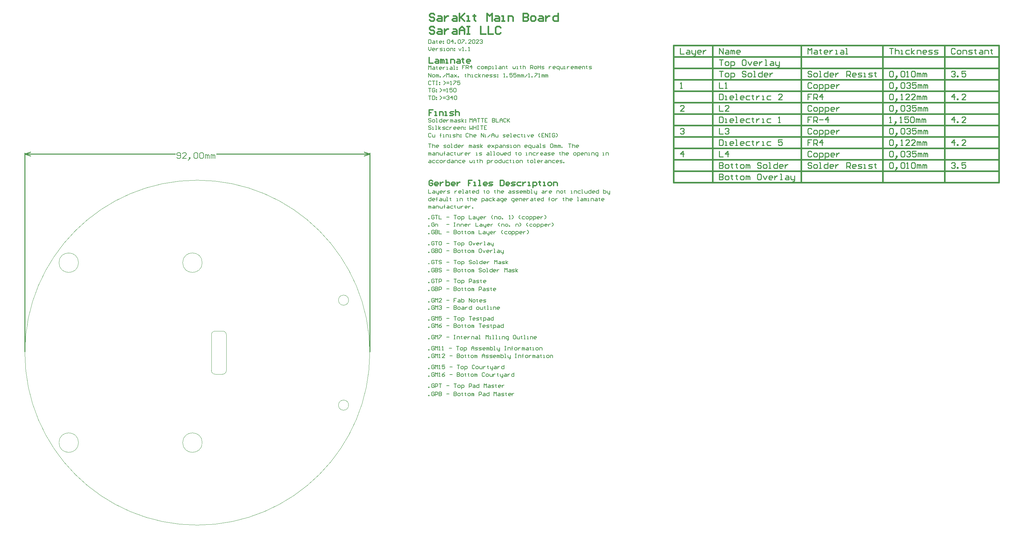
<source format=gm1>
G04*
G04 #@! TF.GenerationSoftware,Altium Limited,Altium Designer,21.8.1 (53)*
G04*
G04 Layer_Color=16711935*
%FSTAX43Y43*%
%MOMM*%
G71*
G04*
G04 #@! TF.SameCoordinates,4D8E118D-B1AD-4882-94AF-A7B266F95968*
G04*
G04*
G04 #@! TF.FilePolarity,Positive*
G04*
G01*
G75*
%ADD10C,0.200*%
%ADD13C,0.150*%
%ADD81C,0.300*%
%ADD84C,0.400*%
%ADD85C,0.381*%
%ADD107C,0.050*%
%ADD108C,0.254*%
%ADD109C,0.350*%
%ADD110C,0.152*%
D10*
X00617Y0055679D02*
X0062366D01*
X0062033D01*
Y005468D01*
X00627Y0055679D02*
Y005468D01*
Y0055179D01*
X0062866Y0055346D01*
X00632D01*
X0063366Y0055179D01*
Y005468D01*
X0064199D02*
X0063866D01*
X0063699Y0054846D01*
Y0055179D01*
X0063866Y0055346D01*
X0064199D01*
X0064366Y0055179D01*
Y0055013D01*
X0063699D01*
X0065699Y005468D02*
X0066199D01*
X0066365Y0054846D01*
X0066199Y0055013D01*
X0065865D01*
X0065699Y0055179D01*
X0065865Y0055346D01*
X0066365D01*
X0066865Y005468D02*
X0067198D01*
X0067365Y0054846D01*
Y0055179D01*
X0067198Y0055346D01*
X0066865D01*
X0066698Y0055179D01*
Y0054846D01*
X0066865Y005468D01*
X0067698D02*
X0068031D01*
X0067865D01*
Y0055679D01*
X0067698D01*
X0069198D02*
Y005468D01*
X0068698D01*
X0068531Y0054846D01*
Y0055179D01*
X0068698Y0055346D01*
X0069198D01*
X0070031Y005468D02*
X0069697D01*
X0069531Y0054846D01*
Y0055179D01*
X0069697Y0055346D01*
X0070031D01*
X0070197Y0055179D01*
Y0055013D01*
X0069531D01*
X007053Y0055346D02*
Y005468D01*
Y0055013D01*
X0070697Y0055179D01*
X0070864Y0055346D01*
X007103D01*
X007253Y005468D02*
Y0055346D01*
X0072696D01*
X0072863Y0055179D01*
Y005468D01*
Y0055179D01*
X007303Y0055346D01*
X0073196Y0055179D01*
Y005468D01*
X0073696Y0055346D02*
X0074029D01*
X0074196Y0055179D01*
Y005468D01*
X0073696D01*
X007353Y0054846D01*
X0073696Y0055013D01*
X0074196D01*
X0074529Y005468D02*
X0075029D01*
X0075196Y0054846D01*
X0075029Y0055013D01*
X0074696D01*
X0074529Y0055179D01*
X0074696Y0055346D01*
X0075196D01*
X0075529Y005468D02*
Y0055679D01*
Y0055013D02*
X0076029Y0055346D01*
X0075529Y0055013D02*
X0076029Y005468D01*
X0078028D02*
X0077695D01*
X0077528Y0054846D01*
Y0055179D01*
X0077695Y0055346D01*
X0078028D01*
X0078195Y0055179D01*
Y0055013D01*
X0077528D01*
X0078528Y0055346D02*
X0079194Y005468D01*
X0078861Y0055013D01*
X0079194Y0055346D01*
X0078528Y005468D01*
X0079528Y0054346D02*
Y0055346D01*
X0080027D01*
X0080194Y0055179D01*
Y0054846D01*
X0080027Y005468D01*
X0079528D01*
X0080694Y0055346D02*
X0081027D01*
X0081194Y0055179D01*
Y005468D01*
X0080694D01*
X0080527Y0054846D01*
X0080694Y0055013D01*
X0081194D01*
X0081527Y005468D02*
Y0055346D01*
X0082027D01*
X0082193Y0055179D01*
Y005468D01*
X0082527D02*
X0083026D01*
X0083193Y0054846D01*
X0083026Y0055013D01*
X0082693D01*
X0082527Y0055179D01*
X0082693Y0055346D01*
X0083193D01*
X0083526Y005468D02*
X008386D01*
X0083693D01*
Y0055346D01*
X0083526D01*
X0084526Y005468D02*
X0084859D01*
X0085026Y0054846D01*
Y0055179D01*
X0084859Y0055346D01*
X0084526D01*
X0084359Y0055179D01*
Y0054846D01*
X0084526Y005468D01*
X0085359D02*
Y0055346D01*
X0085859D01*
X0086025Y0055179D01*
Y005468D01*
X0087858D02*
X0087525D01*
X0087358Y0054846D01*
Y0055179D01*
X0087525Y0055346D01*
X0087858D01*
X0088025Y0055179D01*
Y0055013D01*
X0087358D01*
X0089025Y0054346D02*
Y0055346D01*
X0088525D01*
X0088358Y0055179D01*
Y0054846D01*
X0088525Y005468D01*
X0089025D01*
X0089358Y0055346D02*
Y0054846D01*
X0089524Y005468D01*
X0090024D01*
Y0055346D01*
X0090524D02*
X0090857D01*
X0091024Y0055179D01*
Y005468D01*
X0090524D01*
X0090357Y0054846D01*
X0090524Y0055013D01*
X0091024D01*
X0091357Y005468D02*
X009169D01*
X0091524D01*
Y0055679D01*
X0091357D01*
X009219Y005468D02*
X009269D01*
X0092857Y0054846D01*
X009269Y0055013D01*
X0092357D01*
X009219Y0055179D01*
X0092357Y0055346D01*
X0092857D01*
X009419Y0055513D02*
X0094356Y0055679D01*
X0094689D01*
X0094856Y0055513D01*
Y0054846D01*
X0094689Y005468D01*
X0094356D01*
X009419Y0054846D01*
Y0055513D01*
X0095189Y005468D02*
Y0055346D01*
X0095356D01*
X0095522Y0055179D01*
Y005468D01*
Y0055179D01*
X0095689Y0055346D01*
X0095856Y0055179D01*
Y005468D01*
X0096189D02*
Y0055346D01*
X0096355D01*
X0096522Y0055179D01*
Y005468D01*
Y0055179D01*
X0096689Y0055346D01*
X0096855Y0055179D01*
Y005468D01*
X0097189D02*
Y0054846D01*
X0097355D01*
Y005468D01*
X0097189D01*
X0099021Y0055679D02*
X0099688D01*
X0099355D01*
Y005468D01*
X0100021Y0055679D02*
Y005468D01*
Y0055179D01*
X0100188Y0055346D01*
X0100521D01*
X0100687Y0055179D01*
Y005468D01*
X0101521D02*
X0101187D01*
X0101021Y0054846D01*
Y0055179D01*
X0101187Y0055346D01*
X0101521D01*
X0101687Y0055179D01*
Y0055013D01*
X0101021D01*
X00617Y0052667D02*
Y0053333D01*
X0061867D01*
X0062033Y0053167D01*
Y0052667D01*
Y0053167D01*
X00622Y0053333D01*
X0062366Y0053167D01*
Y0052667D01*
X0062866Y0053333D02*
X00632D01*
X0063366Y0053167D01*
Y0052667D01*
X0062866D01*
X00627Y0052833D01*
X0062866Y0053D01*
X0063366D01*
X0063699Y0052667D02*
Y0053333D01*
X0064199D01*
X0064366Y0053167D01*
Y0052667D01*
X0064699Y0053333D02*
Y0052833D01*
X0064866Y0052667D01*
X0065365D01*
Y0053333D01*
X0065865Y0052667D02*
Y00535D01*
Y0053167D01*
X0065699D01*
X0066032D01*
X0065865D01*
Y00535D01*
X0066032Y0053666D01*
X0066698Y0053333D02*
X0067032D01*
X0067198Y0053167D01*
Y0052667D01*
X0066698D01*
X0066532Y0052833D01*
X0066698Y0053D01*
X0067198D01*
X0068198Y0053333D02*
X0067698D01*
X0067531Y0053167D01*
Y0052833D01*
X0067698Y0052667D01*
X0068198D01*
X0068698Y00535D02*
Y0053333D01*
X0068531D01*
X0068864D01*
X0068698D01*
Y0052833D01*
X0068864Y0052667D01*
X0069364Y0053333D02*
Y0052833D01*
X0069531Y0052667D01*
X0070031D01*
Y0053333D01*
X0070364D02*
Y0052667D01*
Y0053D01*
X007053Y0053167D01*
X0070697Y0053333D01*
X0070864D01*
X0071863Y0052667D02*
X007153D01*
X0071364Y0052833D01*
Y0053167D01*
X007153Y0053333D01*
X0071863D01*
X007203Y0053167D01*
Y0053D01*
X0071364D01*
X0072363Y0053333D02*
Y0052667D01*
Y0053D01*
X007253Y0053167D01*
X0072696Y0053333D01*
X0072863D01*
X0074363Y0052667D02*
X0074696D01*
X0074529D01*
Y0053333D01*
X0074363D01*
X0075196Y0052667D02*
X0075695D01*
X0075862Y0052833D01*
X0075695Y0053D01*
X0075362D01*
X0075196Y0053167D01*
X0075362Y0053333D01*
X0075862D01*
X0077362D02*
X0077695D01*
X0077861Y0053167D01*
Y0052667D01*
X0077362D01*
X0077195Y0052833D01*
X0077362Y0053D01*
X0077861D01*
X0078195Y0052667D02*
X0078528D01*
X0078361D01*
Y0053666D01*
X0078195D01*
X0079028Y0052667D02*
X0079361D01*
X0079194D01*
Y0053666D01*
X0079028D01*
X0080027Y0052667D02*
X0080361D01*
X0080527Y0052833D01*
Y0053167D01*
X0080361Y0053333D01*
X0080027D01*
X0079861Y0053167D01*
Y0052833D01*
X0080027Y0052667D01*
X008086Y0053333D02*
Y0052833D01*
X0081027Y0052667D01*
X0081194Y0052833D01*
X008136Y0052667D01*
X0081527Y0052833D01*
Y0053333D01*
X008236Y0052667D02*
X0082027D01*
X008186Y0052833D01*
Y0053167D01*
X0082027Y0053333D01*
X008236D01*
X0082527Y0053167D01*
Y0053D01*
X008186D01*
X0083526Y0053666D02*
Y0052667D01*
X0083026D01*
X008286Y0052833D01*
Y0053167D01*
X0083026Y0053333D01*
X0083526D01*
X0085026Y00535D02*
Y0053333D01*
X0084859D01*
X0085192D01*
X0085026D01*
Y0052833D01*
X0085192Y0052667D01*
X0085859D02*
X0086192D01*
X0086359Y0052833D01*
Y0053167D01*
X0086192Y0053333D01*
X0085859D01*
X0085692Y0053167D01*
Y0052833D01*
X0085859Y0052667D01*
X0087692D02*
X0088025D01*
X0087858D01*
Y0053333D01*
X0087692D01*
X0088525Y0052667D02*
Y0053333D01*
X0089025D01*
X0089191Y0053167D01*
Y0052667D01*
X0090191Y0053333D02*
X0089691D01*
X0089524Y0053167D01*
Y0052833D01*
X0089691Y0052667D01*
X0090191D01*
X0090524Y0053333D02*
Y0052667D01*
Y0053D01*
X0090691Y0053167D01*
X0090857Y0053333D01*
X0091024D01*
X0092024Y0052667D02*
X009169D01*
X0091524Y0052833D01*
Y0053167D01*
X009169Y0053333D01*
X0092024D01*
X009219Y0053167D01*
Y0053D01*
X0091524D01*
X009269Y0053333D02*
X0093023D01*
X009319Y0053167D01*
Y0052667D01*
X009269D01*
X0092523Y0052833D01*
X009269Y0053D01*
X009319D01*
X0093523Y0052667D02*
X0094023D01*
X009419Y0052833D01*
X0094023Y0053D01*
X009369D01*
X0093523Y0053167D01*
X009369Y0053333D01*
X009419D01*
X0095023Y0052667D02*
X0094689D01*
X0094523Y0052833D01*
Y0053167D01*
X0094689Y0053333D01*
X0095023D01*
X0095189Y0053167D01*
Y0053D01*
X0094523D01*
X0096689Y00535D02*
Y0053333D01*
X0096522D01*
X0096855D01*
X0096689D01*
Y0052833D01*
X0096855Y0052667D01*
X0097355Y0053666D02*
Y0052667D01*
Y0053167D01*
X0097522Y0053333D01*
X0097855D01*
X0098022Y0053167D01*
Y0052667D01*
X0098855D02*
X0098521D01*
X0098355Y0052833D01*
Y0053167D01*
X0098521Y0053333D01*
X0098855D01*
X0099021Y0053167D01*
Y0053D01*
X0098355D01*
X0100521Y0052667D02*
X0100854D01*
X0101021Y0052833D01*
Y0053167D01*
X0100854Y0053333D01*
X0100521D01*
X0100354Y0053167D01*
Y0052833D01*
X0100521Y0052667D01*
X0101354Y0052334D02*
Y0053333D01*
X0101854D01*
X010202Y0053167D01*
Y0052833D01*
X0101854Y0052667D01*
X0101354D01*
X0102853D02*
X010252D01*
X0102354Y0052833D01*
Y0053167D01*
X010252Y0053333D01*
X0102853D01*
X010302Y0053167D01*
Y0053D01*
X0102354D01*
X0103353Y0052667D02*
Y0053333D01*
X0103853D01*
X010402Y0053167D01*
Y0052667D01*
X0104353D02*
X0104686D01*
X010452D01*
Y0053333D01*
X0104353D01*
X0105186Y0052667D02*
Y0053333D01*
X0105686D01*
X0105852Y0053167D01*
Y0052667D01*
X0106519Y0052334D02*
X0106686D01*
X0106852Y00525D01*
Y0053333D01*
X0106352D01*
X0106186Y0053167D01*
Y0052833D01*
X0106352Y0052667D01*
X0106852D01*
X0108185D02*
X0108518D01*
X0108352D01*
Y0053333D01*
X0108185D01*
X0109018Y0052667D02*
Y0053333D01*
X0109518D01*
X0109685Y0053167D01*
Y0052667D01*
X0061867Y005132D02*
X00622D01*
X0062366Y0051154D01*
Y0050654D01*
X0061867D01*
X00617Y0050821D01*
X0061867Y0050987D01*
X0062366D01*
X0063366Y005132D02*
X0062866D01*
X00627Y0051154D01*
Y0050821D01*
X0062866Y0050654D01*
X0063366D01*
X0064366Y005132D02*
X0063866D01*
X0063699Y0051154D01*
Y0050821D01*
X0063866Y0050654D01*
X0064366D01*
X0064866D02*
X0065199D01*
X0065365Y0050821D01*
Y0051154D01*
X0065199Y005132D01*
X0064866D01*
X0064699Y0051154D01*
Y0050821D01*
X0064866Y0050654D01*
X0065699Y005132D02*
Y0050654D01*
Y0050987D01*
X0065865Y0051154D01*
X0066032Y005132D01*
X0066199D01*
X0067365Y0051654D02*
Y0050654D01*
X0066865D01*
X0066698Y0050821D01*
Y0051154D01*
X0066865Y005132D01*
X0067365D01*
X0067865D02*
X0068198D01*
X0068365Y0051154D01*
Y0050654D01*
X0067865D01*
X0067698Y0050821D01*
X0067865Y0050987D01*
X0068365D01*
X0068698Y0050654D02*
Y005132D01*
X0069198D01*
X0069364Y0051154D01*
Y0050654D01*
X0070364Y005132D02*
X0069864D01*
X0069697Y0051154D01*
Y0050821D01*
X0069864Y0050654D01*
X0070364D01*
X0071197D02*
X0070864D01*
X0070697Y0050821D01*
Y0051154D01*
X0070864Y005132D01*
X0071197D01*
X0071364Y0051154D01*
Y0050987D01*
X0070697D01*
X0072696Y005132D02*
Y0050821D01*
X0072863Y0050654D01*
X007303Y0050821D01*
X0073196Y0050654D01*
X0073363Y0050821D01*
Y005132D01*
X0073696Y0050654D02*
X0074029D01*
X0073863D01*
Y005132D01*
X0073696D01*
X0074696Y0051487D02*
Y005132D01*
X0074529D01*
X0074862D01*
X0074696D01*
Y0050821D01*
X0074862Y0050654D01*
X0075362Y0051654D02*
Y0050654D01*
Y0051154D01*
X0075529Y005132D01*
X0075862D01*
X0076029Y0051154D01*
Y0050654D01*
X0077362Y0050321D02*
Y005132D01*
X0077861D01*
X0078028Y0051154D01*
Y0050821D01*
X0077861Y0050654D01*
X0077362D01*
X0078361Y005132D02*
Y0050654D01*
Y0050987D01*
X0078528Y0051154D01*
X0078695Y005132D01*
X0078861D01*
X0079528Y0050654D02*
X0079861D01*
X0080027Y0050821D01*
Y0051154D01*
X0079861Y005132D01*
X0079528D01*
X0079361Y0051154D01*
Y0050821D01*
X0079528Y0050654D01*
X0081027Y0051654D02*
Y0050654D01*
X0080527D01*
X0080361Y0050821D01*
Y0051154D01*
X0080527Y005132D01*
X0081027D01*
X008136D02*
Y0050821D01*
X0081527Y0050654D01*
X0082027D01*
Y005132D01*
X0083026D02*
X0082527D01*
X008236Y0051154D01*
Y0050821D01*
X0082527Y0050654D01*
X0083026D01*
X0083526Y0051487D02*
Y005132D01*
X008336D01*
X0083693D01*
X0083526D01*
Y0050821D01*
X0083693Y0050654D01*
X0084193D02*
X0084526D01*
X0084359D01*
Y005132D01*
X0084193D01*
X0085192Y0050654D02*
X0085526D01*
X0085692Y0050821D01*
Y0051154D01*
X0085526Y005132D01*
X0085192D01*
X0085026Y0051154D01*
Y0050821D01*
X0085192Y0050654D01*
X0086025D02*
Y005132D01*
X0086525D01*
X0086692Y0051154D01*
Y0050654D01*
X0088191Y0051487D02*
Y005132D01*
X0088025D01*
X0088358D01*
X0088191D01*
Y0050821D01*
X0088358Y0050654D01*
X0089025D02*
X0089358D01*
X0089524Y0050821D01*
Y0051154D01*
X0089358Y005132D01*
X0089025D01*
X0088858Y0051154D01*
Y0050821D01*
X0089025Y0050654D01*
X0089858D02*
X0090191D01*
X0090024D01*
Y0051654D01*
X0089858D01*
X009119Y0050654D02*
X0090857D01*
X0090691Y0050821D01*
Y0051154D01*
X0090857Y005132D01*
X009119D01*
X0091357Y0051154D01*
Y0050987D01*
X0090691D01*
X009169Y005132D02*
Y0050654D01*
Y0050987D01*
X0091857Y0051154D01*
X0092024Y005132D01*
X009219D01*
X0092857D02*
X009319D01*
X0093356Y0051154D01*
Y0050654D01*
X0092857D01*
X009269Y0050821D01*
X0092857Y0050987D01*
X0093356D01*
X009369Y0050654D02*
Y005132D01*
X009419D01*
X0094356Y0051154D01*
Y0050654D01*
X0095356Y005132D02*
X0094856D01*
X0094689Y0051154D01*
Y0050821D01*
X0094856Y0050654D01*
X0095356D01*
X0096189D02*
X0095856D01*
X0095689Y0050821D01*
Y0051154D01*
X0095856Y005132D01*
X0096189D01*
X0096355Y0051154D01*
Y0050987D01*
X0095689D01*
X0096689Y0050654D02*
X0097189D01*
X0097355Y0050821D01*
X0097189Y0050987D01*
X0096855D01*
X0096689Y0051154D01*
X0096855Y005132D01*
X0097355D01*
X0097688Y0050654D02*
Y0050821D01*
X0097855D01*
Y0050654D01*
X0097688D01*
X00617Y0043513D02*
Y0042513D01*
X0062366D01*
X0062866Y0043179D02*
X00632D01*
X0063366Y0043013D01*
Y0042513D01*
X0062866D01*
X00627Y004268D01*
X0062866Y0042846D01*
X0063366D01*
X0063699Y0043179D02*
Y004268D01*
X0063866Y0042513D01*
X0064366D01*
Y0042346D01*
X0064199Y004218D01*
X0064033D01*
X0064366Y0042513D02*
Y0043179D01*
X0065199Y0042513D02*
X0064866D01*
X0064699Y004268D01*
Y0043013D01*
X0064866Y0043179D01*
X0065199D01*
X0065365Y0043013D01*
Y0042846D01*
X0064699D01*
X0065699Y0043179D02*
Y0042513D01*
Y0042846D01*
X0065865Y0043013D01*
X0066032Y0043179D01*
X0066199D01*
X0066698Y0042513D02*
X0067198D01*
X0067365Y004268D01*
X0067198Y0042846D01*
X0066865D01*
X0066698Y0043013D01*
X0066865Y0043179D01*
X0067365D01*
X0068698D02*
Y0042513D01*
Y0042846D01*
X0068864Y0043013D01*
X0069031Y0043179D01*
X0069198D01*
X0070197Y0042513D02*
X0069864D01*
X0069697Y004268D01*
Y0043013D01*
X0069864Y0043179D01*
X0070197D01*
X0070364Y0043013D01*
Y0042846D01*
X0069697D01*
X0070697Y0042513D02*
X007103D01*
X0070864D01*
Y0043513D01*
X0070697D01*
X0071697Y0043179D02*
X007203D01*
X0072197Y0043013D01*
Y0042513D01*
X0071697D01*
X007153Y004268D01*
X0071697Y0042846D01*
X0072197D01*
X0072696Y0043346D02*
Y0043179D01*
X007253D01*
X0072863D01*
X0072696D01*
Y004268D01*
X0072863Y0042513D01*
X0073863D02*
X007353D01*
X0073363Y004268D01*
Y0043013D01*
X007353Y0043179D01*
X0073863D01*
X0074029Y0043013D01*
Y0042846D01*
X0073363D01*
X0075029Y0043513D02*
Y0042513D01*
X0074529D01*
X0074363Y004268D01*
Y0043013D01*
X0074529Y0043179D01*
X0075029D01*
X0076529Y0043346D02*
Y0043179D01*
X0076362D01*
X0076695D01*
X0076529D01*
Y004268D01*
X0076695Y0042513D01*
X0077362D02*
X0077695D01*
X0077861Y004268D01*
Y0043013D01*
X0077695Y0043179D01*
X0077362D01*
X0077195Y0043013D01*
Y004268D01*
X0077362Y0042513D01*
X0079361Y0043346D02*
Y0043179D01*
X0079194D01*
X0079528D01*
X0079361D01*
Y004268D01*
X0079528Y0042513D01*
X0080027Y0043513D02*
Y0042513D01*
Y0043013D01*
X0080194Y0043179D01*
X0080527D01*
X0080694Y0043013D01*
Y0042513D01*
X0081527D02*
X0081194D01*
X0081027Y004268D01*
Y0043013D01*
X0081194Y0043179D01*
X0081527D01*
X0081694Y0043013D01*
Y0042846D01*
X0081027D01*
X0083193Y0043179D02*
X0083526D01*
X0083693Y0043013D01*
Y0042513D01*
X0083193D01*
X0083026Y004268D01*
X0083193Y0042846D01*
X0083693D01*
X0084026Y0042513D02*
X0084526D01*
X0084693Y004268D01*
X0084526Y0042846D01*
X0084193D01*
X0084026Y0043013D01*
X0084193Y0043179D01*
X0084693D01*
X0085026Y0042513D02*
X0085526D01*
X0085692Y004268D01*
X0085526Y0042846D01*
X0085192D01*
X0085026Y0043013D01*
X0085192Y0043179D01*
X0085692D01*
X0086525Y0042513D02*
X0086192D01*
X0086025Y004268D01*
Y0043013D01*
X0086192Y0043179D01*
X0086525D01*
X0086692Y0043013D01*
Y0042846D01*
X0086025D01*
X0087025Y0042513D02*
Y0043179D01*
X0087192D01*
X0087358Y0043013D01*
Y0042513D01*
Y0043013D01*
X0087525Y0043179D01*
X0087692Y0043013D01*
Y0042513D01*
X0088025Y0043513D02*
Y0042513D01*
X0088525D01*
X0088691Y004268D01*
Y0042846D01*
Y0043013D01*
X0088525Y0043179D01*
X0088025D01*
X0089025Y0042513D02*
X0089358D01*
X0089191D01*
Y0043513D01*
X0089025D01*
X0089858Y0043179D02*
Y004268D01*
X0090024Y0042513D01*
X0090524D01*
Y0042346D01*
X0090357Y004218D01*
X0090191D01*
X0090524Y0042513D02*
Y0043179D01*
X0092024D02*
X0092357D01*
X0092523Y0043013D01*
Y0042513D01*
X0092024D01*
X0091857Y004268D01*
X0092024Y0042846D01*
X0092523D01*
X0092857Y0043179D02*
Y0042513D01*
Y0042846D01*
X0093023Y0043013D01*
X009319Y0043179D01*
X0093356D01*
X0094356Y0042513D02*
X0094023D01*
X0093856Y004268D01*
Y0043013D01*
X0094023Y0043179D01*
X0094356D01*
X0094523Y0043013D01*
Y0042846D01*
X0093856D01*
X0095856Y0042513D02*
Y0043179D01*
X0096355D01*
X0096522Y0043013D01*
Y0042513D01*
X0097022D02*
X0097355D01*
X0097522Y004268D01*
Y0043013D01*
X0097355Y0043179D01*
X0097022D01*
X0096855Y0043013D01*
Y004268D01*
X0097022Y0042513D01*
X0098022Y0043346D02*
Y0043179D01*
X0097855D01*
X0098188D01*
X0098022D01*
Y004268D01*
X0098188Y0042513D01*
X0099688D02*
X0100021D01*
X0099854D01*
Y0043179D01*
X0099688D01*
X0100521Y0042513D02*
Y0043179D01*
X0101021D01*
X0101187Y0043013D01*
Y0042513D01*
X0102187Y0043179D02*
X0101687D01*
X0101521Y0043013D01*
Y004268D01*
X0101687Y0042513D01*
X0102187D01*
X010252D02*
X0102853D01*
X0102687D01*
Y0043513D01*
X010252D01*
X0103353Y0043179D02*
Y004268D01*
X010352Y0042513D01*
X010402D01*
Y0043179D01*
X0105019Y0043513D02*
Y0042513D01*
X010452D01*
X0104353Y004268D01*
Y0043013D01*
X010452Y0043179D01*
X0105019D01*
X0105852Y0042513D02*
X0105519D01*
X0105353Y004268D01*
Y0043013D01*
X0105519Y0043179D01*
X0105852D01*
X0106019Y0043013D01*
Y0042846D01*
X0105353D01*
X0107019Y0043513D02*
Y0042513D01*
X0106519D01*
X0106352Y004268D01*
Y0043013D01*
X0106519Y0043179D01*
X0107019D01*
X0108352Y0043513D02*
Y0042513D01*
X0108851D01*
X0109018Y004268D01*
Y0042846D01*
Y0043013D01*
X0108851Y0043179D01*
X0108352D01*
X0109351D02*
Y004268D01*
X0109518Y0042513D01*
X0110018D01*
Y0042346D01*
X0109851Y004218D01*
X0109685D01*
X0110018Y0042513D02*
Y0043179D01*
X0062366Y00415D02*
Y00405D01*
X0061867D01*
X00617Y0040667D01*
Y0041D01*
X0061867Y0041167D01*
X0062366D01*
X00632Y00405D02*
X0062866D01*
X00627Y0040667D01*
Y0041D01*
X0062866Y0041167D01*
X00632D01*
X0063366Y0041D01*
Y0040833D01*
X00627D01*
X0063866Y00405D02*
Y0041333D01*
Y0041D01*
X0063699D01*
X0064033D01*
X0063866D01*
Y0041333D01*
X0064033Y00415D01*
X0064699Y0041167D02*
X0065032D01*
X0065199Y0041D01*
Y00405D01*
X0064699D01*
X0064532Y0040667D01*
X0064699Y0040833D01*
X0065199D01*
X0065532Y0041167D02*
Y0040667D01*
X0065699Y00405D01*
X0066199D01*
Y0041167D01*
X0066532Y00405D02*
X0066865D01*
X0066698D01*
Y00415D01*
X0066532D01*
X0067531Y0041333D02*
Y0041167D01*
X0067365D01*
X0067698D01*
X0067531D01*
Y0040667D01*
X0067698Y00405D01*
X0069198D02*
X0069531D01*
X0069364D01*
Y0041167D01*
X0069198D01*
X0070031Y00405D02*
Y0041167D01*
X007053D01*
X0070697Y0041D01*
Y00405D01*
X0072197Y0041333D02*
Y0041167D01*
X007203D01*
X0072363D01*
X0072197D01*
Y0040667D01*
X0072363Y00405D01*
X0072863Y00415D02*
Y00405D01*
Y0041D01*
X007303Y0041167D01*
X0073363D01*
X007353Y0041D01*
Y00405D01*
X0074363D02*
X0074029D01*
X0073863Y0040667D01*
Y0041D01*
X0074029Y0041167D01*
X0074363D01*
X0074529Y0041D01*
Y0040833D01*
X0073863D01*
X0075862Y0040167D02*
Y0041167D01*
X0076362D01*
X0076529Y0041D01*
Y0040667D01*
X0076362Y00405D01*
X0075862D01*
X0077028Y0041167D02*
X0077362D01*
X0077528Y0041D01*
Y00405D01*
X0077028D01*
X0076862Y0040667D01*
X0077028Y0040833D01*
X0077528D01*
X0078528Y0041167D02*
X0078028D01*
X0077861Y0041D01*
Y0040667D01*
X0078028Y00405D01*
X0078528D01*
X0078861D02*
Y00415D01*
Y0040833D02*
X0079361Y0041167D01*
X0078861Y0040833D02*
X0079361Y00405D01*
X0080027Y0041167D02*
X0080361D01*
X0080527Y0041D01*
Y00405D01*
X0080027D01*
X0079861Y0040667D01*
X0080027Y0040833D01*
X0080527D01*
X0081194Y0040167D02*
X008136D01*
X0081527Y0040334D01*
Y0041167D01*
X0081027D01*
X008086Y0041D01*
Y0040667D01*
X0081027Y00405D01*
X0081527D01*
X008236D02*
X0082027D01*
X008186Y0040667D01*
Y0041D01*
X0082027Y0041167D01*
X008236D01*
X0082527Y0041D01*
Y0040833D01*
X008186D01*
X0084193Y0040167D02*
X0084359D01*
X0084526Y0040334D01*
Y0041167D01*
X0084026D01*
X008386Y0041D01*
Y0040667D01*
X0084026Y00405D01*
X0084526D01*
X0085359D02*
X0085026D01*
X0084859Y0040667D01*
Y0041D01*
X0085026Y0041167D01*
X0085359D01*
X0085526Y0041D01*
Y0040833D01*
X0084859D01*
X0085859Y00405D02*
Y0041167D01*
X0086359D01*
X0086525Y0041D01*
Y00405D01*
X0087358D02*
X0087025D01*
X0086859Y0040667D01*
Y0041D01*
X0087025Y0041167D01*
X0087358D01*
X0087525Y0041D01*
Y0040833D01*
X0086859D01*
X0087858Y0041167D02*
Y00405D01*
Y0040833D01*
X0088025Y0041D01*
X0088191Y0041167D01*
X0088358D01*
X0089025D02*
X0089358D01*
X0089524Y0041D01*
Y00405D01*
X0089025D01*
X0088858Y0040667D01*
X0089025Y0040833D01*
X0089524D01*
X0090024Y0041333D02*
Y0041167D01*
X0089858D01*
X0090191D01*
X0090024D01*
Y0040667D01*
X0090191Y00405D01*
X009119D02*
X0090857D01*
X0090691Y0040667D01*
Y0041D01*
X0090857Y0041167D01*
X009119D01*
X0091357Y0041D01*
Y0040833D01*
X0090691D01*
X0092357Y00415D02*
Y00405D01*
X0091857D01*
X009169Y0040667D01*
Y0041D01*
X0091857Y0041167D01*
X0092357D01*
X0093856Y00405D02*
Y0041333D01*
Y0041D01*
X009369D01*
X0094023D01*
X0093856D01*
Y0041333D01*
X0094023Y00415D01*
X0094689Y00405D02*
X0095023D01*
X0095189Y0040667D01*
Y0041D01*
X0095023Y0041167D01*
X0094689D01*
X0094523Y0041D01*
Y0040667D01*
X0094689Y00405D01*
X0095522Y0041167D02*
Y00405D01*
Y0040833D01*
X0095689Y0041D01*
X0095856Y0041167D01*
X0096022D01*
X0097688Y0041333D02*
Y0041167D01*
X0097522D01*
X0097855D01*
X0097688D01*
Y0040667D01*
X0097855Y00405D01*
X0098355Y00415D02*
Y00405D01*
Y0041D01*
X0098521Y0041167D01*
X0098855D01*
X0099021Y0041D01*
Y00405D01*
X0099854D02*
X0099521D01*
X0099355Y0040667D01*
Y0041D01*
X0099521Y0041167D01*
X0099854D01*
X0100021Y0041D01*
Y0040833D01*
X0099355D01*
X0101354Y00405D02*
X0101687D01*
X0101521D01*
Y00415D01*
X0101354D01*
X0102354Y0041167D02*
X0102687D01*
X0102853Y0041D01*
Y00405D01*
X0102354D01*
X0102187Y0040667D01*
X0102354Y0040833D01*
X0102853D01*
X0103187Y00405D02*
Y0041167D01*
X0103353D01*
X010352Y0041D01*
Y00405D01*
Y0041D01*
X0103686Y0041167D01*
X0103853Y0041D01*
Y00405D01*
X0104186D02*
X010452D01*
X0104353D01*
Y0041167D01*
X0104186D01*
X0105019Y00405D02*
Y0041167D01*
X0105519D01*
X0105686Y0041D01*
Y00405D01*
X0106186Y0041167D02*
X0106519D01*
X0106685Y0041D01*
Y00405D01*
X0106186D01*
X0106019Y0040667D01*
X0106186Y0040833D01*
X0106685D01*
X0107185Y0041333D02*
Y0041167D01*
X0107019D01*
X0107352D01*
X0107185D01*
Y0040667D01*
X0107352Y00405D01*
X0108352D02*
X0108018D01*
X0107852Y0040667D01*
Y0041D01*
X0108018Y0041167D01*
X0108352D01*
X0108518Y0041D01*
Y0040833D01*
X0107852D01*
X00617Y0038487D02*
Y0039154D01*
X0061867D01*
X0062033Y0038987D01*
Y0038487D01*
Y0038987D01*
X00622Y0039154D01*
X0062366Y0038987D01*
Y0038487D01*
X0062866Y0039154D02*
X00632D01*
X0063366Y0038987D01*
Y0038487D01*
X0062866D01*
X00627Y0038654D01*
X0062866Y0038821D01*
X0063366D01*
X0063699Y0038487D02*
Y0039154D01*
X0064199D01*
X0064366Y0038987D01*
Y0038487D01*
X0064699Y0039154D02*
Y0038654D01*
X0064866Y0038487D01*
X0065365D01*
Y0039154D01*
X0065865Y0038487D02*
Y003932D01*
Y0038987D01*
X0065699D01*
X0066032D01*
X0065865D01*
Y003932D01*
X0066032Y0039487D01*
X0066698Y0039154D02*
X0067032D01*
X0067198Y0038987D01*
Y0038487D01*
X0066698D01*
X0066532Y0038654D01*
X0066698Y0038821D01*
X0067198D01*
X0068198Y0039154D02*
X0067698D01*
X0067531Y0038987D01*
Y0038654D01*
X0067698Y0038487D01*
X0068198D01*
X0068698Y003932D02*
Y0039154D01*
X0068531D01*
X0068864D01*
X0068698D01*
Y0038654D01*
X0068864Y0038487D01*
X0069364Y0039154D02*
Y0038654D01*
X0069531Y0038487D01*
X0070031D01*
Y0039154D01*
X0070364D02*
Y0038487D01*
Y0038821D01*
X007053Y0038987D01*
X0070697Y0039154D01*
X0070864D01*
X0071863Y0038487D02*
X007153D01*
X0071364Y0038654D01*
Y0038987D01*
X007153Y0039154D01*
X0071863D01*
X007203Y0038987D01*
Y0038821D01*
X0071364D01*
X0072363Y0039154D02*
Y0038487D01*
Y0038821D01*
X007253Y0038987D01*
X0072696Y0039154D01*
X0072863D01*
X0073363Y0038487D02*
Y0038654D01*
X007353D01*
Y0038487D01*
X0073363D01*
X0071366Y0076666D02*
X00707D01*
Y0076167D01*
X0071033D01*
X00707D01*
Y0075667D01*
X00717D02*
Y0076666D01*
X00722D01*
X0072366Y00765D01*
Y0076167D01*
X00722Y0076D01*
X00717D01*
X0072033D02*
X0072366Y0075667D01*
X0073199D02*
Y0076666D01*
X0072699Y0076167D01*
X0073366D01*
X0075365Y0076333D02*
X0074865D01*
X0074699Y0076167D01*
Y0075833D01*
X0074865Y0075667D01*
X0075365D01*
X0075865D02*
X0076198D01*
X0076365Y0075833D01*
Y0076167D01*
X0076198Y0076333D01*
X0075865D01*
X0075698Y0076167D01*
Y0075833D01*
X0075865Y0075667D01*
X0076698D02*
Y0076333D01*
X0076865D01*
X0077031Y0076167D01*
Y0075667D01*
Y0076167D01*
X0077198Y0076333D01*
X0077365Y0076167D01*
Y0075667D01*
X0077698Y0075334D02*
Y0076333D01*
X0078198D01*
X0078364Y0076167D01*
Y0075833D01*
X0078198Y0075667D01*
X0077698D01*
X0078697D02*
X0079031D01*
X0078864D01*
Y0076333D01*
X0078697D01*
X007953Y0075667D02*
X0079864D01*
X0079697D01*
Y0076666D01*
X007953D01*
X008053Y0076333D02*
X0080863D01*
X008103Y0076167D01*
Y0075667D01*
X008053D01*
X0080364Y0075833D01*
X008053Y0076D01*
X008103D01*
X0081363Y0075667D02*
Y0076333D01*
X0081863D01*
X008203Y0076167D01*
Y0075667D01*
X008253Y00765D02*
Y0076333D01*
X0082363D01*
X0082696D01*
X008253D01*
Y0075833D01*
X0082696Y0075667D01*
X0084196Y0076333D02*
Y0075833D01*
X0084362Y0075667D01*
X0084529Y0075833D01*
X0084695Y0075667D01*
X0084862Y0075833D01*
Y0076333D01*
X0085195Y0075667D02*
X0085529D01*
X0085362D01*
Y0076333D01*
X0085195D01*
X0086195Y00765D02*
Y0076333D01*
X0086028D01*
X0086362D01*
X0086195D01*
Y0075833D01*
X0086362Y0075667D01*
X0086861Y0076666D02*
Y0075667D01*
Y0076167D01*
X0087028Y0076333D01*
X0087361D01*
X0087528Y0076167D01*
Y0075667D01*
X0088861D02*
Y0076666D01*
X0089361D01*
X0089527Y00765D01*
Y0076167D01*
X0089361Y0076D01*
X0088861D01*
X0089194D02*
X0089527Y0075667D01*
X0090027D02*
X009036D01*
X0090527Y0075833D01*
Y0076167D01*
X009036Y0076333D01*
X0090027D01*
X008986Y0076167D01*
Y0075833D01*
X0090027Y0075667D01*
X009086Y0076666D02*
Y0075667D01*
Y0076167D01*
X0091527D01*
Y0076666D01*
Y0075667D01*
X009186D02*
X009236D01*
X0092526Y0075833D01*
X009236Y0076D01*
X0092026D01*
X009186Y0076167D01*
X0092026Y0076333D01*
X0092526D01*
X0093859D02*
Y0075667D01*
Y0076D01*
X0094026Y0076167D01*
X0094192Y0076333D01*
X0094359D01*
X0095359Y0075667D02*
X0095025D01*
X0094859Y0075833D01*
Y0076167D01*
X0095025Y0076333D01*
X0095359D01*
X0095525Y0076167D01*
Y0076D01*
X0094859D01*
X0096525Y0075334D02*
Y0076333D01*
X0096025D01*
X0095859Y0076167D01*
Y0075833D01*
X0096025Y0075667D01*
X0096525D01*
X0096858Y0076333D02*
Y0075833D01*
X0097025Y0075667D01*
X0097525D01*
Y0076333D01*
X0097858Y0075667D02*
X0098191D01*
X0098025D01*
Y0076333D01*
X0097858D01*
X0098691D02*
Y0075667D01*
Y0076D01*
X0098858Y0076167D01*
X0099024Y0076333D01*
X0099191D01*
X010019Y0075667D02*
X0099857D01*
X0099691Y0075833D01*
Y0076167D01*
X0099857Y0076333D01*
X010019D01*
X0100357Y0076167D01*
Y0076D01*
X0099691D01*
X010069Y0075667D02*
Y0076333D01*
X0100857D01*
X0101024Y0076167D01*
Y0075667D01*
Y0076167D01*
X010119Y0076333D01*
X0101357Y0076167D01*
Y0075667D01*
X010219D02*
X0101857D01*
X010169Y0075833D01*
Y0076167D01*
X0101857Y0076333D01*
X010219D01*
X0102356Y0076167D01*
Y0076D01*
X010169D01*
X010269Y0075667D02*
Y0076333D01*
X010319D01*
X0103356Y0076167D01*
Y0075667D01*
X0103856Y00765D02*
Y0076333D01*
X0103689D01*
X0104023D01*
X0103856D01*
Y0075833D01*
X0104023Y0075667D01*
X0104522D02*
X0105022D01*
X0105189Y0075833D01*
X0105022Y0076D01*
X0104689D01*
X0104522Y0076167D01*
X0104689Y0076333D01*
X0105189D01*
X00667Y0083333D02*
X0066867Y00835D01*
X00672D01*
X0067366Y0083333D01*
Y0082667D01*
X00672Y00825D01*
X0066867D01*
X00667Y0082667D01*
Y0083333D01*
X00682Y00825D02*
Y00835D01*
X00677Y0083D01*
X0068366D01*
X0068699Y00825D02*
Y0082667D01*
X0068866D01*
Y00825D01*
X0068699D01*
X0069532Y0083333D02*
X0069699Y00835D01*
X0070032D01*
X0070199Y0083333D01*
Y0082667D01*
X0070032Y00825D01*
X0069699D01*
X0069532Y0082667D01*
Y0083333D01*
X0070532Y00835D02*
X0071199D01*
Y0083333D01*
X0070532Y0082667D01*
Y00825D01*
X0071532D02*
Y0082667D01*
X0071698D01*
Y00825D01*
X0071532D01*
X0073031D02*
X0072365D01*
X0073031Y0083167D01*
Y0083333D01*
X0072865Y00835D01*
X0072531D01*
X0072365Y0083333D01*
X0073365D02*
X0073531Y00835D01*
X0073864D01*
X0074031Y0083333D01*
Y0082667D01*
X0073864Y00825D01*
X0073531D01*
X0073365Y0082667D01*
Y0083333D01*
X0075031Y00825D02*
X0074364D01*
X0075031Y0083167D01*
Y0083333D01*
X0074864Y00835D01*
X0074531D01*
X0074364Y0083333D01*
X0075364D02*
X007553Y00835D01*
X0075864D01*
X007603Y0083333D01*
Y0083167D01*
X0075864Y0083D01*
X0075697D01*
X0075864D01*
X007603Y0082833D01*
Y0082667D01*
X0075864Y00825D01*
X007553D01*
X0075364Y0082667D01*
X00817Y00735D02*
X0082033D01*
X0081867D01*
Y00745D01*
X00817Y0074333D01*
X0082533Y00735D02*
Y0073667D01*
X00827D01*
Y00735D01*
X0082533D01*
X0084033Y00745D02*
X0083366D01*
Y0074D01*
X0083699Y0074167D01*
X0083866D01*
X0084033Y0074D01*
Y0073667D01*
X0083866Y00735D01*
X0083533D01*
X0083366Y0073667D01*
X0085032Y00745D02*
X0084366D01*
Y0074D01*
X0084699Y0074167D01*
X0084866D01*
X0085032Y0074D01*
Y0073667D01*
X0084866Y00735D01*
X0084532D01*
X0084366Y0073667D01*
X0085365Y00735D02*
Y0074167D01*
X0085532D01*
X0085699Y0074D01*
Y00735D01*
Y0074D01*
X0085865Y0074167D01*
X0086032Y0074D01*
Y00735D01*
X0086365D02*
Y0074167D01*
X0086532D01*
X0086698Y0074D01*
Y00735D01*
Y0074D01*
X0086865Y0074167D01*
X0087032Y0074D01*
Y00735D01*
X0087365D02*
X0088031Y0074167D01*
X0088365Y00735D02*
X0088698D01*
X0088531D01*
Y00745D01*
X0088365Y0074333D01*
X0089198Y00735D02*
Y0073667D01*
X0089364D01*
Y00735D01*
X0089198D01*
X0090031Y00745D02*
X0090697D01*
Y0074333D01*
X0090031Y0073667D01*
Y00735D01*
X009103D02*
X0091364D01*
X0091197D01*
Y00745D01*
X009103Y0074333D01*
X0091863Y00735D02*
Y0074167D01*
X009203D01*
X0092197Y0074D01*
Y00735D01*
Y0074D01*
X0092363Y0074167D01*
X009253Y0074D01*
Y00735D01*
X0092863D02*
Y0074167D01*
X009303D01*
X0093196Y0074D01*
Y00735D01*
Y0074D01*
X0093363Y0074167D01*
X009353Y0074D01*
Y00735D01*
X00617D02*
Y00745D01*
X0062366Y00735D01*
Y00745D01*
X0062866Y00735D02*
X00632D01*
X0063366Y0073667D01*
Y0074D01*
X00632Y0074167D01*
X0062866D01*
X00627Y0074D01*
Y0073667D01*
X0062866Y00735D01*
X0063699D02*
Y0074167D01*
X0063866D01*
X0064033Y0074D01*
Y00735D01*
Y0074D01*
X0064199Y0074167D01*
X0064366Y0074D01*
Y00735D01*
X0064699D02*
Y0073667D01*
X0064866D01*
Y00735D01*
X0064699D01*
X0065532D02*
X0066199Y0074167D01*
X0066532Y00735D02*
Y00745D01*
X0066865Y0074167D01*
X0067198Y00745D01*
Y00735D01*
X0067698Y0074167D02*
X0068031D01*
X0068198Y0074D01*
Y00735D01*
X0067698D01*
X0067531Y0073667D01*
X0067698Y0073833D01*
X0068198D01*
X0068531Y0074167D02*
X0069198Y00735D01*
X0068864Y0073833D01*
X0069198Y0074167D01*
X0068531Y00735D01*
X0069531D02*
Y0073667D01*
X0069697D01*
Y00735D01*
X0069531D01*
X007153Y0074333D02*
Y0074167D01*
X0071364D01*
X0071697D01*
X007153D01*
Y0073667D01*
X0071697Y00735D01*
X0072197Y00745D02*
Y00735D01*
Y0074D01*
X0072363Y0074167D01*
X0072696D01*
X0072863Y0074D01*
Y00735D01*
X0073196D02*
X007353D01*
X0073363D01*
Y0074167D01*
X0073196D01*
X0074696D02*
X0074196D01*
X0074029Y0074D01*
Y0073667D01*
X0074196Y00735D01*
X0074696D01*
X0075029D02*
Y00745D01*
Y0073833D02*
X0075529Y0074167D01*
X0075029Y0073833D02*
X0075529Y00735D01*
X0076029D02*
Y0074167D01*
X0076529D01*
X0076695Y0074D01*
Y00735D01*
X0077528D02*
X0077195D01*
X0077028Y0073667D01*
Y0074D01*
X0077195Y0074167D01*
X0077528D01*
X0077695Y0074D01*
Y0073833D01*
X0077028D01*
X0078028Y00735D02*
X0078528D01*
X0078695Y0073667D01*
X0078528Y0073833D01*
X0078195D01*
X0078028Y0074D01*
X0078195Y0074167D01*
X0078695D01*
X0079028Y00735D02*
X0079528D01*
X0079694Y0073667D01*
X0079528Y0073833D01*
X0079194D01*
X0079028Y0074D01*
X0079194Y0074167D01*
X0079694D01*
X0080027D02*
X0080194D01*
Y0074D01*
X0080027D01*
Y0074167D01*
Y0073667D02*
X0080194D01*
Y00735D01*
X0080027D01*
Y0073667D01*
X00697Y0081167D02*
X0070033Y00805D01*
X0070366Y0081167D01*
X00707Y00805D02*
X0071033D01*
X0070866D01*
Y00815D01*
X00707Y0081333D01*
X0071533Y00805D02*
Y0080667D01*
X0071699D01*
Y00805D01*
X0071533D01*
X0072366D02*
X0072699D01*
X0072532D01*
Y00815D01*
X0072366Y0081333D01*
X00657Y00715D02*
X00662Y0072D01*
X00657Y00725D01*
X0066533Y0071833D02*
X00672D01*
X0066533Y0072167D02*
X00672D01*
X0067533Y00715D02*
X0067866D01*
X0067699D01*
Y00725D01*
X0067533Y0072333D01*
X0068366Y00725D02*
X0069032D01*
Y0072333D01*
X0068366Y0071667D01*
Y00715D01*
X0070032Y00725D02*
X0069365D01*
Y0072D01*
X0069699Y0072167D01*
X0069865D01*
X0070032Y0072D01*
Y0071667D01*
X0069865Y00715D01*
X0069532D01*
X0069365Y0071667D01*
X0072366Y0058333D02*
X00722Y00585D01*
X0071867D01*
X00717Y0058333D01*
Y0057667D01*
X0071867Y00575D01*
X00722D01*
X0072366Y0057667D01*
X00727Y00585D02*
Y00575D01*
Y0058D01*
X0072866Y0058167D01*
X00732D01*
X0073366Y0058D01*
Y00575D01*
X0074199D02*
X0073866D01*
X0073699Y0057667D01*
Y0058D01*
X0073866Y0058167D01*
X0074199D01*
X0074366Y0058D01*
Y0057833D01*
X0073699D01*
X0075699Y00575D02*
Y00585D01*
X0076365Y00575D01*
Y00585D01*
X0076698Y00575D02*
X0077032D01*
X0076865D01*
Y0058167D01*
X0076698D01*
X0077531Y00575D02*
X0078198Y0058167D01*
X0078531Y00575D02*
Y0058167D01*
X0078864Y00585D01*
X0079198Y0058167D01*
Y00575D01*
Y0058D01*
X0078531D01*
X0079531Y0058167D02*
Y0057667D01*
X0079697Y00575D01*
X0080197D01*
Y0058167D01*
X008153Y00575D02*
X008203D01*
X0082197Y0057667D01*
X008203Y0057833D01*
X0081697D01*
X008153Y0058D01*
X0081697Y0058167D01*
X0082197D01*
X008303Y00575D02*
X0082696D01*
X008253Y0057667D01*
Y0058D01*
X0082696Y0058167D01*
X008303D01*
X0083196Y0058D01*
Y0057833D01*
X008253D01*
X008353Y00575D02*
X0083863D01*
X0083696D01*
Y00585D01*
X008353D01*
X0084862Y00575D02*
X0084529D01*
X0084363Y0057667D01*
Y0058D01*
X0084529Y0058167D01*
X0084862D01*
X0085029Y0058D01*
Y0057833D01*
X0084363D01*
X0086029Y0058167D02*
X0085529D01*
X0085362Y0058D01*
Y0057667D01*
X0085529Y00575D01*
X0086029D01*
X0086529Y0058333D02*
Y0058167D01*
X0086362D01*
X0086695D01*
X0086529D01*
Y0057667D01*
X0086695Y00575D01*
X0087195D02*
X0087528D01*
X0087362D01*
Y0058167D01*
X0087195D01*
X0088028D02*
X0088361Y00575D01*
X0088695Y0058167D01*
X0089528Y00575D02*
X0089194D01*
X0089028Y0057667D01*
Y0058D01*
X0089194Y0058167D01*
X0089528D01*
X0089694Y0058D01*
Y0057833D01*
X0089028D01*
X009136Y00575D02*
X0091027Y0057833D01*
Y0058167D01*
X009136Y00585D01*
X0092527D02*
X009186D01*
Y00575D01*
X0092527D01*
X009186Y0058D02*
X0092193D01*
X009286Y00575D02*
Y00585D01*
X0093526Y00575D01*
Y00585D01*
X009386D02*
X0094193D01*
X0094026D01*
Y00575D01*
X009386D01*
X0094193D01*
X0095359Y0058333D02*
X0095192Y00585D01*
X0094859D01*
X0094693Y0058333D01*
Y0057667D01*
X0094859Y00575D01*
X0095192D01*
X0095359Y0057667D01*
Y0058D01*
X0095026D01*
X0095692Y00575D02*
X0096025Y0057833D01*
Y0058167D01*
X0095692Y00585D01*
X00727Y00605D02*
Y00595D01*
X0073033Y0059833D01*
X0073366Y00595D01*
Y00605D01*
X00737D02*
Y00595D01*
Y006D01*
X0074366D01*
Y00605D01*
Y00595D01*
X0074699Y00605D02*
X0075033D01*
X0074866D01*
Y00595D01*
X0074699D01*
X0075033D01*
X0075532Y00605D02*
X0076199D01*
X0075866D01*
Y00595D01*
X0077199Y00605D02*
X0076532D01*
Y00595D01*
X0077199D01*
X0076532Y006D02*
X0076865D01*
X00727Y00615D02*
Y00625D01*
X0073033Y0062167D01*
X0073366Y00625D01*
Y00615D01*
X00737D02*
Y0062167D01*
X0074033Y00625D01*
X0074366Y0062167D01*
Y00615D01*
Y0062D01*
X00737D01*
X0074699Y00625D02*
X0075366D01*
X0075033D01*
Y00615D01*
X0075699Y00625D02*
X0076365D01*
X0076032D01*
Y00615D01*
X0077365Y00625D02*
X0076699D01*
Y00615D01*
X0077365D01*
X0076699Y0062D02*
X0077032D01*
X0078698Y00625D02*
Y00615D01*
X0079198D01*
X0079365Y0061667D01*
Y0061833D01*
X0079198Y0062D01*
X0078698D01*
X0079198D01*
X0079365Y0062167D01*
Y0062333D01*
X0079198Y00625D01*
X0078698D01*
X0079698D02*
Y00615D01*
X0080364D01*
X0080697D02*
Y0062167D01*
X0081031Y00625D01*
X0081364Y0062167D01*
Y00615D01*
Y0062D01*
X0080697D01*
X0082364Y0062333D02*
X0082197Y00625D01*
X0081864D01*
X0081697Y0062333D01*
Y0061667D01*
X0081864Y00615D01*
X0082197D01*
X0082364Y0061667D01*
X0082697Y00625D02*
Y00615D01*
Y0061833D01*
X0083363Y00625D01*
X0082863Y0062D01*
X0083363Y00615D01*
X00617Y00755D02*
Y00765D01*
X0062033Y0076167D01*
X0062366Y00765D01*
Y00755D01*
X0062866Y0076167D02*
X00632D01*
X0063366Y0076D01*
Y00755D01*
X0062866D01*
X00627Y0075667D01*
X0062866Y0075833D01*
X0063366D01*
X0063866Y0076333D02*
Y0076167D01*
X0063699D01*
X0064033D01*
X0063866D01*
Y0075667D01*
X0064033Y00755D01*
X0065032D02*
X0064699D01*
X0064532Y0075667D01*
Y0076D01*
X0064699Y0076167D01*
X0065032D01*
X0065199Y0076D01*
Y0075833D01*
X0064532D01*
X0065532Y0076167D02*
Y00755D01*
Y0075833D01*
X0065699Y0076D01*
X0065865Y0076167D01*
X0066032D01*
X0066532Y00755D02*
X0066865D01*
X0066698D01*
Y0076167D01*
X0066532D01*
X0067531D02*
X0067865D01*
X0068031Y0076D01*
Y00755D01*
X0067531D01*
X0067365Y0075667D01*
X0067531Y0075833D01*
X0068031D01*
X0068365Y00755D02*
X0068698D01*
X0068531D01*
Y00765D01*
X0068365D01*
X0069198Y0076167D02*
X0069364D01*
Y0076D01*
X0069198D01*
Y0076167D01*
Y0075667D02*
X0069364D01*
Y00755D01*
X0069198D01*
Y0075667D01*
X00617Y00815D02*
Y0080833D01*
X0062033Y00805D01*
X0062366Y0080833D01*
Y00815D01*
X00632Y00805D02*
X0062866D01*
X00627Y0080667D01*
Y0081D01*
X0062866Y0081167D01*
X00632D01*
X0063366Y0081D01*
Y0080833D01*
X00627D01*
X0063699Y0081167D02*
Y00805D01*
Y0080833D01*
X0063866Y0081D01*
X0064033Y0081167D01*
X0064199D01*
X0064699Y00805D02*
X0065199D01*
X0065365Y0080667D01*
X0065199Y0080833D01*
X0064866D01*
X0064699Y0081D01*
X0064866Y0081167D01*
X0065365D01*
X0065699Y00805D02*
X0066032D01*
X0065865D01*
Y0081167D01*
X0065699D01*
X0066698Y00805D02*
X0067032D01*
X0067198Y0080667D01*
Y0081D01*
X0067032Y0081167D01*
X0066698D01*
X0066532Y0081D01*
Y0080667D01*
X0066698Y00805D01*
X0067531D02*
Y0081167D01*
X0068031D01*
X0068198Y0081D01*
Y00805D01*
X0068531Y0081167D02*
X0068698D01*
Y0081D01*
X0068531D01*
Y0081167D01*
Y0080667D02*
X0068698D01*
Y00805D01*
X0068531D01*
Y0080667D01*
X00617Y00835D02*
Y00825D01*
X00622D01*
X0062366Y0082667D01*
Y0083333D01*
X00622Y00835D01*
X00617D01*
X0062866Y0083167D02*
X00632D01*
X0063366Y0083D01*
Y00825D01*
X0062866D01*
X00627Y0082667D01*
X0062866Y0082833D01*
X0063366D01*
X0063866Y0083333D02*
Y0083167D01*
X0063699D01*
X0064033D01*
X0063866D01*
Y0082667D01*
X0064033Y00825D01*
X0065032D02*
X0064699D01*
X0064532Y0082667D01*
Y0083D01*
X0064699Y0083167D01*
X0065032D01*
X0065199Y0083D01*
Y0082833D01*
X0064532D01*
X0065532Y0083167D02*
X0065699D01*
Y0083D01*
X0065532D01*
Y0083167D01*
Y0082667D02*
X0065699D01*
Y00825D01*
X0065532D01*
Y0082667D01*
X0062366Y0072333D02*
X00622Y00725D01*
X0061867D01*
X00617Y0072333D01*
Y0071667D01*
X0061867Y00715D01*
X00622D01*
X0062366Y0071667D01*
X00627Y00725D02*
X0063366D01*
X0063033D01*
Y00715D01*
X0063699Y00725D02*
X0064033D01*
X0063866D01*
Y00715D01*
X0063699D01*
X0064033D01*
X0064532Y0072167D02*
X0064699D01*
Y0072D01*
X0064532D01*
Y0072167D01*
Y0071667D02*
X0064699D01*
Y00715D01*
X0064532D01*
Y0071667D01*
X00617Y00705D02*
X0062366D01*
X0062033D01*
Y00695D01*
X0063366Y0070333D02*
X00632Y00705D01*
X0062866D01*
X00627Y0070333D01*
Y0069667D01*
X0062866Y00695D01*
X00632D01*
X0063366Y0069667D01*
Y007D01*
X0063033D01*
X0063699Y0070167D02*
X0063866D01*
Y007D01*
X0063699D01*
Y0070167D01*
Y0069667D02*
X0063866D01*
Y00695D01*
X0063699D01*
Y0069667D01*
X00617Y00685D02*
X0062366D01*
X0062033D01*
Y00675D01*
X00627Y00685D02*
Y00675D01*
X00632D01*
X0063366Y0067667D01*
Y0068333D01*
X00632Y00685D01*
X00627D01*
X0063699Y0068167D02*
X0063866D01*
Y0068D01*
X0063699D01*
Y0068167D01*
Y0067667D02*
X0063866D01*
Y00675D01*
X0063699D01*
Y0067667D01*
X00647Y00675D02*
X00652Y0068D01*
X00647Y00685D01*
X0065533Y0067833D02*
X00662D01*
X0065533Y0068167D02*
X00662D01*
X0066533Y0068333D02*
X0066699Y00685D01*
X0067033D01*
X0067199Y0068333D01*
Y0068167D01*
X0067033Y0068D01*
X0066866D01*
X0067033D01*
X0067199Y0067833D01*
Y0067667D01*
X0067033Y00675D01*
X0066699D01*
X0066533Y0067667D01*
X0068032Y00675D02*
Y00685D01*
X0067532Y0068D01*
X0068199D01*
X0068532Y0068333D02*
X0068699Y00685D01*
X0069032D01*
X0069199Y0068333D01*
Y0067667D01*
X0069032Y00675D01*
X0068699D01*
X0068532Y0067667D01*
Y0068333D01*
X00647Y00695D02*
X00652Y007D01*
X00647Y00705D01*
X0065533Y0069833D02*
X00662D01*
X0065533Y0070167D02*
X00662D01*
X0066533Y00695D02*
X0066866D01*
X0066699D01*
Y00705D01*
X0066533Y0070333D01*
X0068032Y00705D02*
X0067366D01*
Y007D01*
X0067699Y0070167D01*
X0067866D01*
X0068032Y007D01*
Y0069667D01*
X0067866Y00695D01*
X0067532D01*
X0067366Y0069667D01*
X0068365Y0070333D02*
X0068532Y00705D01*
X0068865D01*
X0069032Y0070333D01*
Y0069667D01*
X0068865Y00695D01*
X0068532D01*
X0068365Y0069667D01*
Y0070333D01*
X0062366Y0060333D02*
X00622Y00605D01*
X0061867D01*
X00617Y0060333D01*
Y0060167D01*
X0061867Y006D01*
X00622D01*
X0062366Y0059833D01*
Y0059667D01*
X00622Y00595D01*
X0061867D01*
X00617Y0059667D01*
X00627Y00595D02*
X0063033D01*
X0062866D01*
Y0060167D01*
X00627D01*
X0063533Y00595D02*
X0063866D01*
X0063699D01*
Y00605D01*
X0063533D01*
X0064366Y00595D02*
Y00605D01*
Y0059833D02*
X0064866Y0060167D01*
X0064366Y0059833D02*
X0064866Y00595D01*
X0065365D02*
X0065865D01*
X0066032Y0059667D01*
X0065865Y0059833D01*
X0065532D01*
X0065365Y006D01*
X0065532Y0060167D01*
X0066032D01*
X0067032D02*
X0066532D01*
X0066365Y006D01*
Y0059667D01*
X0066532Y00595D01*
X0067032D01*
X0067365Y0060167D02*
Y00595D01*
Y0059833D01*
X0067531Y006D01*
X0067698Y0060167D01*
X0067865D01*
X0068864Y00595D02*
X0068531D01*
X0068365Y0059667D01*
Y006D01*
X0068531Y0060167D01*
X0068864D01*
X0069031Y006D01*
Y0059833D01*
X0068365D01*
X0069864Y00595D02*
X0069531D01*
X0069364Y0059667D01*
Y006D01*
X0069531Y0060167D01*
X0069864D01*
X0070031Y006D01*
Y0059833D01*
X0069364D01*
X0070364Y00595D02*
Y0060167D01*
X0070864D01*
X007103Y006D01*
Y00595D01*
X0071364Y0060167D02*
X007153D01*
Y006D01*
X0071364D01*
Y0060167D01*
Y0059667D02*
X007153D01*
Y00595D01*
X0071364D01*
Y0059667D01*
X0062366Y0062333D02*
X00622Y00625D01*
X0061867D01*
X00617Y0062333D01*
Y0062167D01*
X0061867Y0062D01*
X00622D01*
X0062366Y0061833D01*
Y0061667D01*
X00622Y00615D01*
X0061867D01*
X00617Y0061667D01*
X0062866Y00615D02*
X00632D01*
X0063366Y0061667D01*
Y0062D01*
X00632Y0062167D01*
X0062866D01*
X00627Y0062D01*
Y0061667D01*
X0062866Y00615D01*
X0063699D02*
X0064033D01*
X0063866D01*
Y00625D01*
X0063699D01*
X0065199D02*
Y00615D01*
X0064699D01*
X0064532Y0061667D01*
Y0062D01*
X0064699Y0062167D01*
X0065199D01*
X0066032Y00615D02*
X0065699D01*
X0065532Y0061667D01*
Y0062D01*
X0065699Y0062167D01*
X0066032D01*
X0066199Y0062D01*
Y0061833D01*
X0065532D01*
X0066532Y0062167D02*
Y00615D01*
Y0061833D01*
X0066698Y0062D01*
X0066865Y0062167D01*
X0067032D01*
X0067531Y00615D02*
Y0062167D01*
X0067698D01*
X0067865Y0062D01*
Y00615D01*
Y0062D01*
X0068031Y0062167D01*
X0068198Y0062D01*
Y00615D01*
X0068698Y0062167D02*
X0069031D01*
X0069198Y0062D01*
Y00615D01*
X0068698D01*
X0068531Y0061667D01*
X0068698Y0061833D01*
X0069198D01*
X0069531Y00615D02*
X0070031D01*
X0070197Y0061667D01*
X0070031Y0061833D01*
X0069697D01*
X0069531Y0062D01*
X0069697Y0062167D01*
X0070197D01*
X007053Y00615D02*
Y00625D01*
Y0061833D02*
X007103Y0062167D01*
X007053Y0061833D02*
X007103Y00615D01*
X007153Y0062167D02*
X0071697D01*
Y0062D01*
X007153D01*
Y0062167D01*
Y0061667D02*
X0071697D01*
Y00615D01*
X007153D01*
Y0061667D01*
X0062366Y0058333D02*
X00622Y00585D01*
X0061867D01*
X00617Y0058333D01*
Y0057667D01*
X0061867Y00575D01*
X00622D01*
X0062366Y0057667D01*
X00627Y0058167D02*
Y0057667D01*
X0062866Y00575D01*
X0063366D01*
Y0058167D01*
X0064866Y00575D02*
Y0058333D01*
Y0058D01*
X0064699D01*
X0065032D01*
X0064866D01*
Y0058333D01*
X0065032Y00585D01*
X0065532Y00575D02*
X0065865D01*
X0065699D01*
Y0058167D01*
X0065532D01*
X0066365Y00575D02*
Y0058167D01*
X0066865D01*
X0067032Y0058D01*
Y00575D01*
X0067365D02*
X0067698D01*
X0067531D01*
Y0058167D01*
X0067365D01*
X0068198Y00575D02*
X0068698D01*
X0068864Y0057667D01*
X0068698Y0057833D01*
X0068365D01*
X0068198Y0058D01*
X0068365Y0058167D01*
X0068864D01*
X0069198Y00585D02*
Y00575D01*
Y0058D01*
X0069364Y0058167D01*
X0069697D01*
X0069864Y0058D01*
Y00575D01*
X0070197Y0058167D02*
X0070364D01*
Y0058D01*
X0070197D01*
Y0058167D01*
Y0057667D02*
X0070364D01*
Y00575D01*
X0070197D01*
Y0057667D01*
D13*
X006165Y0006667D02*
Y0006833D01*
X0061817D01*
Y0006667D01*
X006165D01*
X006315Y00075D02*
X0062983Y0007666D01*
X006265D01*
X0062483Y00075D01*
Y0006833D01*
X006265Y0006667D01*
X0062983D01*
X006315Y0006833D01*
Y0007167D01*
X0062816D01*
X0063483Y0006667D02*
Y0007666D01*
X0063816Y0007333D01*
X0064149Y0007666D01*
Y0006667D01*
X0065149Y0007666D02*
X0064816Y00075D01*
X0064482Y0007167D01*
Y0006833D01*
X0064649Y0006667D01*
X0064982D01*
X0065149Y0006833D01*
Y0007D01*
X0064982Y0007167D01*
X0064482D01*
X0066482D02*
X0067148D01*
X0068481Y0007666D02*
Y0006667D01*
X0068981D01*
X0069148Y0006833D01*
Y0007D01*
X0068981Y0007167D01*
X0068481D01*
X0068981D01*
X0069148Y0007333D01*
Y00075D01*
X0068981Y0007666D01*
X0068481D01*
X0069647Y0006667D02*
X0069981D01*
X0070147Y0006833D01*
Y0007167D01*
X0069981Y0007333D01*
X0069647D01*
X0069481Y0007167D01*
Y0006833D01*
X0069647Y0006667D01*
X0070647Y00075D02*
Y0007333D01*
X007048D01*
X0070814D01*
X0070647D01*
Y0006833D01*
X0070814Y0006667D01*
X007148Y00075D02*
Y0007333D01*
X0071314D01*
X0071647D01*
X007148D01*
Y0006833D01*
X0071647Y0006667D01*
X0072313D02*
X0072646D01*
X0072813Y0006833D01*
Y0007167D01*
X0072646Y0007333D01*
X0072313D01*
X0072147Y0007167D01*
Y0006833D01*
X0072313Y0006667D01*
X0073146D02*
Y0007333D01*
X0073313D01*
X007348Y0007167D01*
Y0006667D01*
Y0007167D01*
X0073646Y0007333D01*
X0073813Y0007167D01*
Y0006667D01*
X0075146Y0007666D02*
X0075812D01*
X0075479D01*
Y0006667D01*
X0076645D02*
X0076312D01*
X0076145Y0006833D01*
Y0007167D01*
X0076312Y0007333D01*
X0076645D01*
X0076812Y0007167D01*
Y0007D01*
X0076145D01*
X0077145Y0006667D02*
X0077645D01*
X0077811Y0006833D01*
X0077645Y0007D01*
X0077312D01*
X0077145Y0007167D01*
X0077312Y0007333D01*
X0077811D01*
X0078311Y00075D02*
Y0007333D01*
X0078145D01*
X0078478D01*
X0078311D01*
Y0006833D01*
X0078478Y0006667D01*
X0078978Y0006334D02*
Y0007333D01*
X0079478D01*
X0079644Y0007167D01*
Y0006833D01*
X0079478Y0006667D01*
X0078978D01*
X0080144Y0007333D02*
X0080477D01*
X0080644Y0007167D01*
Y0006667D01*
X0080144D01*
X0079977Y0006833D01*
X0080144Y0007D01*
X0080644D01*
X0081644Y0007666D02*
Y0006667D01*
X0081144D01*
X0080977Y0006833D01*
Y0007167D01*
X0081144Y0007333D01*
X0081644D01*
X006165Y0008667D02*
Y0008833D01*
X0061817D01*
Y0008667D01*
X006165D01*
X006315Y00095D02*
X0062983Y0009666D01*
X006265D01*
X0062483Y00095D01*
Y0008833D01*
X006265Y0008667D01*
X0062983D01*
X006315Y0008833D01*
Y0009167D01*
X0062816D01*
X0063483Y0008667D02*
Y0009666D01*
X0063816Y0009333D01*
X0064149Y0009666D01*
Y0008667D01*
X0065149Y0009666D02*
X0064482D01*
Y0009167D01*
X0064816Y0009333D01*
X0064982D01*
X0065149Y0009167D01*
Y0008833D01*
X0064982Y0008667D01*
X0064649D01*
X0064482Y0008833D01*
X0066482Y0009167D02*
X0067148D01*
X0068481Y0009666D02*
X0069148D01*
X0068814D01*
Y0008667D01*
X0069647D02*
X0069981D01*
X0070147Y0008833D01*
Y0009167D01*
X0069981Y0009333D01*
X0069647D01*
X0069481Y0009167D01*
Y0008833D01*
X0069647Y0008667D01*
X007048Y0008334D02*
Y0009333D01*
X007098D01*
X0071147Y0009167D01*
Y0008833D01*
X007098Y0008667D01*
X007048D01*
X007248Y0009666D02*
X0073146D01*
X0072813D01*
Y0008667D01*
X0073979D02*
X0073646D01*
X007348Y0008833D01*
Y0009167D01*
X0073646Y0009333D01*
X0073979D01*
X0074146Y0009167D01*
Y0009D01*
X007348D01*
X0074479Y0008667D02*
X0074979D01*
X0075146Y0008833D01*
X0074979Y0009D01*
X0074646D01*
X0074479Y0009167D01*
X0074646Y0009333D01*
X0075146D01*
X0075645Y00095D02*
Y0009333D01*
X0075479D01*
X0075812D01*
X0075645D01*
Y0008833D01*
X0075812Y0008667D01*
X0076312Y0008334D02*
Y0009333D01*
X0076812D01*
X0076978Y0009167D01*
Y0008833D01*
X0076812Y0008667D01*
X0076312D01*
X0077478Y0009333D02*
X0077811D01*
X0077978Y0009167D01*
Y0008667D01*
X0077478D01*
X0077312Y0008833D01*
X0077478Y0009D01*
X0077978D01*
X0078978Y0009666D02*
Y0008667D01*
X0078478D01*
X0078311Y0008833D01*
Y0009167D01*
X0078478Y0009333D01*
X0078978D01*
X006165Y-00115D02*
Y-0011333D01*
X0061817D01*
Y-00115D01*
X006165D01*
X006315Y-0010667D02*
X0062983Y-00105D01*
X006265D01*
X0062483Y-0010667D01*
Y-0011333D01*
X006265Y-00115D01*
X0062983D01*
X006315Y-0011333D01*
Y-0011D01*
X0062816D01*
X0063483Y-00115D02*
Y-00105D01*
X0063983D01*
X0064149Y-0010667D01*
Y-0011D01*
X0063983Y-0011167D01*
X0063483D01*
X0064482Y-00105D02*
Y-00115D01*
X0064982D01*
X0065149Y-0011333D01*
Y-0011167D01*
X0064982Y-0011D01*
X0064482D01*
X0064982D01*
X0065149Y-0010833D01*
Y-0010667D01*
X0064982Y-00105D01*
X0064482D01*
X0066482Y-0011D02*
X0067148D01*
X0068481Y-00105D02*
Y-00115D01*
X0068981D01*
X0069148Y-0011333D01*
Y-0011167D01*
X0068981Y-0011D01*
X0068481D01*
X0068981D01*
X0069148Y-0010833D01*
Y-0010667D01*
X0068981Y-00105D01*
X0068481D01*
X0069647Y-00115D02*
X0069981D01*
X0070147Y-0011333D01*
Y-0011D01*
X0069981Y-0010833D01*
X0069647D01*
X0069481Y-0011D01*
Y-0011333D01*
X0069647Y-00115D01*
X0070647Y-0010667D02*
Y-0010833D01*
X007048D01*
X0070814D01*
X0070647D01*
Y-0011333D01*
X0070814Y-00115D01*
X007148Y-0010667D02*
Y-0010833D01*
X0071314D01*
X0071647D01*
X007148D01*
Y-0011333D01*
X0071647Y-00115D01*
X0072313D02*
X0072646D01*
X0072813Y-0011333D01*
Y-0011D01*
X0072646Y-0010833D01*
X0072313D01*
X0072147Y-0011D01*
Y-0011333D01*
X0072313Y-00115D01*
X0073146D02*
Y-0010833D01*
X0073313D01*
X007348Y-0011D01*
Y-00115D01*
Y-0011D01*
X0073646Y-0010833D01*
X0073813Y-0011D01*
Y-00115D01*
X0075146D02*
Y-00105D01*
X0075645D01*
X0075812Y-0010667D01*
Y-0011D01*
X0075645Y-0011167D01*
X0075146D01*
X0076312Y-0010833D02*
X0076645D01*
X0076812Y-0011D01*
Y-00115D01*
X0076312D01*
X0076145Y-0011333D01*
X0076312Y-0011167D01*
X0076812D01*
X0077811Y-00105D02*
Y-00115D01*
X0077312D01*
X0077145Y-0011333D01*
Y-0011D01*
X0077312Y-0010833D01*
X0077811D01*
X0079144Y-00115D02*
Y-00105D01*
X0079478Y-0010833D01*
X0079811Y-00105D01*
Y-00115D01*
X0080311Y-0010833D02*
X0080644D01*
X008081Y-0011D01*
Y-00115D01*
X0080311D01*
X0080144Y-0011333D01*
X0080311Y-0011167D01*
X008081D01*
X0081144Y-00115D02*
X0081644D01*
X008181Y-0011333D01*
X0081644Y-0011167D01*
X008131D01*
X0081144Y-0011D01*
X008131Y-0010833D01*
X008181D01*
X008231Y-0010667D02*
Y-0010833D01*
X0082143D01*
X0082477D01*
X008231D01*
Y-0011333D01*
X0082477Y-00115D01*
X0083476D02*
X0083143D01*
X0082976Y-0011333D01*
Y-0011D01*
X0083143Y-0010833D01*
X0083476D01*
X0083643Y-0011D01*
Y-0011167D01*
X0082976D01*
X0083976Y-0010833D02*
Y-00115D01*
Y-0011167D01*
X0084143Y-0011D01*
X0084309Y-0010833D01*
X0084476D01*
X006165Y-0009333D02*
Y-0009167D01*
X0061817D01*
Y-0009333D01*
X006165D01*
X006315Y-00085D02*
X0062983Y-0008334D01*
X006265D01*
X0062483Y-00085D01*
Y-0009167D01*
X006265Y-0009333D01*
X0062983D01*
X006315Y-0009167D01*
Y-0008833D01*
X0062816D01*
X0063483Y-0009333D02*
Y-0008334D01*
X0063983D01*
X0064149Y-00085D01*
Y-0008833D01*
X0063983Y-0009D01*
X0063483D01*
X0064482Y-0008334D02*
X0065149D01*
X0064816D01*
Y-0009333D01*
X0066482Y-0008833D02*
X0067148D01*
X0068481Y-0008334D02*
X0069148D01*
X0068814D01*
Y-0009333D01*
X0069647D02*
X0069981D01*
X0070147Y-0009167D01*
Y-0008833D01*
X0069981Y-0008667D01*
X0069647D01*
X0069481Y-0008833D01*
Y-0009167D01*
X0069647Y-0009333D01*
X007048Y-0009666D02*
Y-0008667D01*
X007098D01*
X0071147Y-0008833D01*
Y-0009167D01*
X007098Y-0009333D01*
X007048D01*
X007248D02*
Y-0008334D01*
X007298D01*
X0073146Y-00085D01*
Y-0008833D01*
X007298Y-0009D01*
X007248D01*
X0073646Y-0008667D02*
X0073979D01*
X0074146Y-0008833D01*
Y-0009333D01*
X0073646D01*
X007348Y-0009167D01*
X0073646Y-0009D01*
X0074146D01*
X0075146Y-0008334D02*
Y-0009333D01*
X0074646D01*
X0074479Y-0009167D01*
Y-0008833D01*
X0074646Y-0008667D01*
X0075146D01*
X0076479Y-0009333D02*
Y-0008334D01*
X0076812Y-0008667D01*
X0077145Y-0008334D01*
Y-0009333D01*
X0077645Y-0008667D02*
X0077978D01*
X0078145Y-0008833D01*
Y-0009333D01*
X0077645D01*
X0077478Y-0009167D01*
X0077645Y-0009D01*
X0078145D01*
X0078478Y-0009333D02*
X0078978D01*
X0079144Y-0009167D01*
X0078978Y-0009D01*
X0078645D01*
X0078478Y-0008833D01*
X0078645Y-0008667D01*
X0079144D01*
X0079644Y-00085D02*
Y-0008667D01*
X0079478D01*
X0079811D01*
X0079644D01*
Y-0009167D01*
X0079811Y-0009333D01*
X008081D02*
X0080477D01*
X0080311Y-0009167D01*
Y-0008833D01*
X0080477Y-0008667D01*
X008081D01*
X0080977Y-0008833D01*
Y-0009D01*
X0080311D01*
X008131Y-0008667D02*
Y-0009333D01*
Y-0009D01*
X0081477Y-0008833D01*
X0081644Y-0008667D01*
X008181D01*
X006165Y00135D02*
Y0013667D01*
X0061817D01*
Y00135D01*
X006165D01*
X006315Y0014333D02*
X0062983Y00145D01*
X006265D01*
X0062483Y0014333D01*
Y0013667D01*
X006265Y00135D01*
X0062983D01*
X006315Y0013667D01*
Y0014D01*
X0062816D01*
X0063483Y00135D02*
Y00145D01*
X0063816Y0014167D01*
X0064149Y00145D01*
Y00135D01*
X0065149D02*
X0064482D01*
X0065149Y0014167D01*
Y0014333D01*
X0064982Y00145D01*
X0064649D01*
X0064482Y0014333D01*
X0066482Y0014D02*
X0067148D01*
X0069148Y00145D02*
X0068481D01*
Y0014D01*
X0068814D01*
X0068481D01*
Y00135D01*
X0069647Y0014167D02*
X0069981D01*
X0070147Y0014D01*
Y00135D01*
X0069647D01*
X0069481Y0013667D01*
X0069647Y0013833D01*
X0070147D01*
X007048Y00145D02*
Y00135D01*
X007098D01*
X0071147Y0013667D01*
Y0013833D01*
Y0014D01*
X007098Y0014167D01*
X007048D01*
X007248Y00135D02*
Y00145D01*
X0073146Y00135D01*
Y00145D01*
X0073646Y00135D02*
X0073979D01*
X0074146Y0013667D01*
Y0014D01*
X0073979Y0014167D01*
X0073646D01*
X007348Y0014D01*
Y0013667D01*
X0073646Y00135D01*
X0074646Y0014333D02*
Y0014167D01*
X0074479D01*
X0074812D01*
X0074646D01*
Y0013667D01*
X0074812Y00135D01*
X0075812D02*
X0075479D01*
X0075312Y0013667D01*
Y0014D01*
X0075479Y0014167D01*
X0075812D01*
X0075979Y0014D01*
Y0013833D01*
X0075312D01*
X0076312Y00135D02*
X0076812D01*
X0076978Y0013667D01*
X0076812Y0013833D01*
X0076479D01*
X0076312Y0014D01*
X0076479Y0014167D01*
X0076978D01*
X006165Y0026667D02*
Y0026833D01*
X0061817D01*
Y0026667D01*
X006165D01*
X006315Y00275D02*
X0062983Y0027666D01*
X006265D01*
X0062483Y00275D01*
Y0026833D01*
X006265Y0026667D01*
X0062983D01*
X006315Y0026833D01*
Y0027167D01*
X0062816D01*
X0063483Y0027666D02*
Y0026667D01*
X0063983D01*
X0064149Y0026833D01*
Y0027D01*
X0063983Y0027167D01*
X0063483D01*
X0063983D01*
X0064149Y0027333D01*
Y00275D01*
X0063983Y0027666D01*
X0063483D01*
X0064982D02*
X0064649D01*
X0064482Y00275D01*
Y0026833D01*
X0064649Y0026667D01*
X0064982D01*
X0065149Y0026833D01*
Y00275D01*
X0064982Y0027666D01*
X0066482Y0027167D02*
X0067148D01*
X0068481Y0027666D02*
Y0026667D01*
X0068981D01*
X0069148Y0026833D01*
Y0027D01*
X0068981Y0027167D01*
X0068481D01*
X0068981D01*
X0069148Y0027333D01*
Y00275D01*
X0068981Y0027666D01*
X0068481D01*
X0069647Y0026667D02*
X0069981D01*
X0070147Y0026833D01*
Y0027167D01*
X0069981Y0027333D01*
X0069647D01*
X0069481Y0027167D01*
Y0026833D01*
X0069647Y0026667D01*
X0070647Y00275D02*
Y0027333D01*
X007048D01*
X0070814D01*
X0070647D01*
Y0026833D01*
X0070814Y0026667D01*
X007148Y00275D02*
Y0027333D01*
X0071314D01*
X0071647D01*
X007148D01*
Y0026833D01*
X0071647Y0026667D01*
X0072313D02*
X0072646D01*
X0072813Y0026833D01*
Y0027167D01*
X0072646Y0027333D01*
X0072313D01*
X0072147Y0027167D01*
Y0026833D01*
X0072313Y0026667D01*
X0073146D02*
Y0027333D01*
X0073313D01*
X007348Y0027167D01*
Y0026667D01*
Y0027167D01*
X0073646Y0027333D01*
X0073813Y0027167D01*
Y0026667D01*
X0075645Y0027666D02*
X0075312D01*
X0075146Y00275D01*
Y0026833D01*
X0075312Y0026667D01*
X0075645D01*
X0075812Y0026833D01*
Y00275D01*
X0075645Y0027666D01*
X0076145Y0027333D02*
X0076479Y0026667D01*
X0076812Y0027333D01*
X0077645Y0026667D02*
X0077312D01*
X0077145Y0026833D01*
Y0027167D01*
X0077312Y0027333D01*
X0077645D01*
X0077811Y0027167D01*
Y0027D01*
X0077145D01*
X0078145Y0027333D02*
Y0026667D01*
Y0027D01*
X0078311Y0027167D01*
X0078478Y0027333D01*
X0078645D01*
X0079144Y0026667D02*
X0079478D01*
X0079311D01*
Y0027666D01*
X0079144D01*
X0080144Y0027333D02*
X0080477D01*
X0080644Y0027167D01*
Y0026667D01*
X0080144D01*
X0079977Y0026833D01*
X0080144Y0027D01*
X0080644D01*
X0080977Y0027333D02*
Y0026833D01*
X0081144Y0026667D01*
X0081644D01*
Y00265D01*
X0081477Y0026334D01*
X008131D01*
X0081644Y0026667D02*
Y0027333D01*
X006165Y0028667D02*
Y0028833D01*
X0061817D01*
Y0028667D01*
X006165D01*
X006315Y00295D02*
X0062983Y0029666D01*
X006265D01*
X0062483Y00295D01*
Y0028833D01*
X006265Y0028667D01*
X0062983D01*
X006315Y0028833D01*
Y0029167D01*
X0062816D01*
X0063483Y0029666D02*
X0064149D01*
X0063816D01*
Y0028667D01*
X0064982Y0029666D02*
X0064649D01*
X0064482Y00295D01*
Y0028833D01*
X0064649Y0028667D01*
X0064982D01*
X0065149Y0028833D01*
Y00295D01*
X0064982Y0029666D01*
X0066482Y0029167D02*
X0067148D01*
X0068481Y0029666D02*
X0069148D01*
X0068814D01*
Y0028667D01*
X0069647D02*
X0069981D01*
X0070147Y0028833D01*
Y0029167D01*
X0069981Y0029333D01*
X0069647D01*
X0069481Y0029167D01*
Y0028833D01*
X0069647Y0028667D01*
X007048Y0028334D02*
Y0029333D01*
X007098D01*
X0071147Y0029167D01*
Y0028833D01*
X007098Y0028667D01*
X007048D01*
X007298Y0029666D02*
X0072646D01*
X007248Y00295D01*
Y0028833D01*
X0072646Y0028667D01*
X007298D01*
X0073146Y0028833D01*
Y00295D01*
X007298Y0029666D01*
X007348Y0029333D02*
X0073813Y0028667D01*
X0074146Y0029333D01*
X0074979Y0028667D02*
X0074646D01*
X0074479Y0028833D01*
Y0029167D01*
X0074646Y0029333D01*
X0074979D01*
X0075146Y0029167D01*
Y0029D01*
X0074479D01*
X0075479Y0029333D02*
Y0028667D01*
Y0029D01*
X0075645Y0029167D01*
X0075812Y0029333D01*
X0075979D01*
X0076479Y0028667D02*
X0076812D01*
X0076645D01*
Y0029666D01*
X0076479D01*
X0077478Y0029333D02*
X0077811D01*
X0077978Y0029167D01*
Y0028667D01*
X0077478D01*
X0077312Y0028833D01*
X0077478Y0029D01*
X0077978D01*
X0078311Y0029333D02*
Y0028833D01*
X0078478Y0028667D01*
X0078978D01*
Y00285D01*
X0078811Y0028334D01*
X0078645D01*
X0078978Y0028667D02*
Y0029333D01*
X006165Y00165D02*
Y0016667D01*
X0061817D01*
Y00165D01*
X006165D01*
X006315Y0017333D02*
X0062983Y00175D01*
X006265D01*
X0062483Y0017333D01*
Y0016667D01*
X006265Y00165D01*
X0062983D01*
X006315Y0016667D01*
Y0017D01*
X0062816D01*
X0063483Y00175D02*
Y00165D01*
X0063983D01*
X0064149Y0016667D01*
Y0016833D01*
X0063983Y0017D01*
X0063483D01*
X0063983D01*
X0064149Y0017167D01*
Y0017333D01*
X0063983Y00175D01*
X0063483D01*
X0064482Y00165D02*
Y00175D01*
X0064982D01*
X0065149Y0017333D01*
Y0017D01*
X0064982Y0016833D01*
X0064482D01*
X0066482Y0017D02*
X0067148D01*
X0068481Y00175D02*
Y00165D01*
X0068981D01*
X0069148Y0016667D01*
Y0016833D01*
X0068981Y0017D01*
X0068481D01*
X0068981D01*
X0069148Y0017167D01*
Y0017333D01*
X0068981Y00175D01*
X0068481D01*
X0069647Y00165D02*
X0069981D01*
X0070147Y0016667D01*
Y0017D01*
X0069981Y0017167D01*
X0069647D01*
X0069481Y0017D01*
Y0016667D01*
X0069647Y00165D01*
X0070647Y0017333D02*
Y0017167D01*
X007048D01*
X0070814D01*
X0070647D01*
Y0016667D01*
X0070814Y00165D01*
X007148Y0017333D02*
Y0017167D01*
X0071314D01*
X0071647D01*
X007148D01*
Y0016667D01*
X0071647Y00165D01*
X0072313D02*
X0072646D01*
X0072813Y0016667D01*
Y0017D01*
X0072646Y0017167D01*
X0072313D01*
X0072147Y0017D01*
Y0016667D01*
X0072313Y00165D01*
X0073146D02*
Y0017167D01*
X0073313D01*
X007348Y0017D01*
Y00165D01*
Y0017D01*
X0073646Y0017167D01*
X0073813Y0017D01*
Y00165D01*
X0075146D02*
Y00175D01*
X0075645D01*
X0075812Y0017333D01*
Y0017D01*
X0075645Y0016833D01*
X0075146D01*
X0076312Y0017167D02*
X0076645D01*
X0076812Y0017D01*
Y00165D01*
X0076312D01*
X0076145Y0016667D01*
X0076312Y0016833D01*
X0076812D01*
X0077145Y00165D02*
X0077645D01*
X0077811Y0016667D01*
X0077645Y0016833D01*
X0077312D01*
X0077145Y0017D01*
X0077312Y0017167D01*
X0077811D01*
X0078311Y0017333D02*
Y0017167D01*
X0078145D01*
X0078478D01*
X0078311D01*
Y0016667D01*
X0078478Y00165D01*
X0079478D02*
X0079144D01*
X0078978Y0016667D01*
Y0017D01*
X0079144Y0017167D01*
X0079478D01*
X0079644Y0017D01*
Y0016833D01*
X0078978D01*
X006165Y00115D02*
Y0011667D01*
X0061817D01*
Y00115D01*
X006165D01*
X006315Y0012333D02*
X0062983Y00125D01*
X006265D01*
X0062483Y0012333D01*
Y0011667D01*
X006265Y00115D01*
X0062983D01*
X006315Y0011667D01*
Y0012D01*
X0062816D01*
X0063483Y00115D02*
Y00125D01*
X0063816Y0012167D01*
X0064149Y00125D01*
Y00115D01*
X0064482Y0012333D02*
X0064649Y00125D01*
X0064982D01*
X0065149Y0012333D01*
Y0012167D01*
X0064982Y0012D01*
X0064816D01*
X0064982D01*
X0065149Y0011833D01*
Y0011667D01*
X0064982Y00115D01*
X0064649D01*
X0064482Y0011667D01*
X0066482Y0012D02*
X0067148D01*
X0068481Y00125D02*
Y00115D01*
X0068981D01*
X0069148Y0011667D01*
Y0011833D01*
X0068981Y0012D01*
X0068481D01*
X0068981D01*
X0069148Y0012167D01*
Y0012333D01*
X0068981Y00125D01*
X0068481D01*
X0069647Y00115D02*
X0069981D01*
X0070147Y0011667D01*
Y0012D01*
X0069981Y0012167D01*
X0069647D01*
X0069481Y0012D01*
Y0011667D01*
X0069647Y00115D01*
X0070647Y0012167D02*
X007098D01*
X0071147Y0012D01*
Y00115D01*
X0070647D01*
X007048Y0011667D01*
X0070647Y0011833D01*
X0071147D01*
X007148Y0012167D02*
Y00115D01*
Y0011833D01*
X0071647Y0012D01*
X0071813Y0012167D01*
X007198D01*
X0073146Y00125D02*
Y00115D01*
X0072646D01*
X007248Y0011667D01*
Y0012D01*
X0072646Y0012167D01*
X0073146D01*
X0074646Y00115D02*
X0074979D01*
X0075146Y0011667D01*
Y0012D01*
X0074979Y0012167D01*
X0074646D01*
X0074479Y0012D01*
Y0011667D01*
X0074646Y00115D01*
X0075479Y0012167D02*
Y0011667D01*
X0075645Y00115D01*
X0076145D01*
Y0012167D01*
X0076645Y0012333D02*
Y0012167D01*
X0076479D01*
X0076812D01*
X0076645D01*
Y0011667D01*
X0076812Y00115D01*
X0077312D02*
X0077645D01*
X0077478D01*
Y00125D01*
X0077312D01*
X0078145Y00115D02*
X0078478D01*
X0078311D01*
Y0012167D01*
X0078145D01*
X0078978Y00115D02*
Y0012167D01*
X0079478D01*
X0079644Y0012D01*
Y00115D01*
X0080477D02*
X0080144D01*
X0079977Y0011667D01*
Y0012D01*
X0080144Y0012167D01*
X0080477D01*
X0080644Y0012D01*
Y0011833D01*
X0079977D01*
X006165Y0033667D02*
Y0033833D01*
X0061817D01*
Y0033667D01*
X006165D01*
X006315Y00345D02*
X0062983Y0034666D01*
X006265D01*
X0062483Y00345D01*
Y0033833D01*
X006265Y0033667D01*
X0062983D01*
X006315Y0033833D01*
Y0034167D01*
X0062816D01*
X0063483Y0033667D02*
Y0034333D01*
X0063983D01*
X0064149Y0034167D01*
Y0033667D01*
X0066482Y0034167D02*
X0067148D01*
X0068481Y0034666D02*
X0068814D01*
X0068648D01*
Y0033667D01*
X0068481D01*
X0068814D01*
X0069314D02*
Y0034333D01*
X0069814D01*
X0069981Y0034167D01*
Y0033667D01*
X0070314D02*
Y0034333D01*
X0070814D01*
X007098Y0034167D01*
Y0033667D01*
X0071813D02*
X007148D01*
X0071314Y0033833D01*
Y0034167D01*
X007148Y0034333D01*
X0071813D01*
X007198Y0034167D01*
Y0034D01*
X0071314D01*
X0072313Y0034333D02*
Y0033667D01*
Y0034D01*
X007248Y0034167D01*
X0072646Y0034333D01*
X0072813D01*
X0074313Y0034666D02*
Y0033667D01*
X0074979D01*
X0075479Y0034333D02*
X0075812D01*
X0075979Y0034167D01*
Y0033667D01*
X0075479D01*
X0075312Y0033833D01*
X0075479Y0034D01*
X0075979D01*
X0076312Y0034333D02*
Y0033833D01*
X0076479Y0033667D01*
X0076978D01*
Y00335D01*
X0076812Y0033334D01*
X0076645D01*
X0076978Y0033667D02*
Y0034333D01*
X0077811Y0033667D02*
X0077478D01*
X0077312Y0033833D01*
Y0034167D01*
X0077478Y0034333D01*
X0077811D01*
X0077978Y0034167D01*
Y0034D01*
X0077312D01*
X0078311Y0034333D02*
Y0033667D01*
Y0034D01*
X0078478Y0034167D01*
X0078645Y0034333D01*
X0078811D01*
X0080644Y0033667D02*
X0080311Y0034D01*
Y0034333D01*
X0080644Y0034666D01*
X0081144Y0033667D02*
Y0034333D01*
X0081644D01*
X008181Y0034167D01*
Y0033667D01*
X008231D02*
X0082643D01*
X008281Y0033833D01*
Y0034167D01*
X0082643Y0034333D01*
X008231D01*
X0082143Y0034167D01*
Y0033833D01*
X008231Y0033667D01*
X0083143D02*
Y0033833D01*
X008331D01*
Y0033667D01*
X0083143D01*
X0084976D02*
Y0034333D01*
X0085476D01*
X0085642Y0034167D01*
Y0033667D01*
X0085975D02*
X0086309Y0034D01*
Y0034333D01*
X0085975Y0034666D01*
X0088141Y0033667D02*
X0087808Y0034D01*
Y0034333D01*
X0088141Y0034666D01*
X0089308Y0034333D02*
X0088808D01*
X0088641Y0034167D01*
Y0033833D01*
X0088808Y0033667D01*
X0089308D01*
X0089808D02*
X0090141D01*
X0090307Y0033833D01*
Y0034167D01*
X0090141Y0034333D01*
X0089808D01*
X0089641Y0034167D01*
Y0033833D01*
X0089808Y0033667D01*
X0090641Y0033334D02*
Y0034333D01*
X009114D01*
X0091307Y0034167D01*
Y0033833D01*
X009114Y0033667D01*
X0090641D01*
X009164Y0033334D02*
Y0034333D01*
X009214D01*
X0092307Y0034167D01*
Y0033833D01*
X009214Y0033667D01*
X009164D01*
X009314D02*
X0092807D01*
X009264Y0033833D01*
Y0034167D01*
X0092807Y0034333D01*
X009314D01*
X0093306Y0034167D01*
Y0034D01*
X009264D01*
X009364Y0034333D02*
Y0033667D01*
Y0034D01*
X0093806Y0034167D01*
X0093973Y0034333D01*
X009414D01*
X0094639Y0033667D02*
X0094973Y0034D01*
Y0034333D01*
X0094639Y0034666D01*
X006165Y0035667D02*
Y0035833D01*
X0061817D01*
Y0035667D01*
X006165D01*
X006315Y00365D02*
X0062983Y0036666D01*
X006265D01*
X0062483Y00365D01*
Y0035833D01*
X006265Y0035667D01*
X0062983D01*
X006315Y0035833D01*
Y0036167D01*
X0062816D01*
X0063483Y0036666D02*
X0064149D01*
X0063816D01*
Y0035667D01*
X0064482Y0036666D02*
Y0035667D01*
X0065149D01*
X0066482Y0036167D02*
X0067148D01*
X0068481Y0036666D02*
X0069148D01*
X0068814D01*
Y0035667D01*
X0069647D02*
X0069981D01*
X0070147Y0035833D01*
Y0036167D01*
X0069981Y0036333D01*
X0069647D01*
X0069481Y0036167D01*
Y0035833D01*
X0069647Y0035667D01*
X007048Y0035334D02*
Y0036333D01*
X007098D01*
X0071147Y0036167D01*
Y0035833D01*
X007098Y0035667D01*
X007048D01*
X007248Y0036666D02*
Y0035667D01*
X0073146D01*
X0073646Y0036333D02*
X0073979D01*
X0074146Y0036167D01*
Y0035667D01*
X0073646D01*
X007348Y0035833D01*
X0073646Y0036D01*
X0074146D01*
X0074479Y0036333D02*
Y0035833D01*
X0074646Y0035667D01*
X0075146D01*
Y00355D01*
X0074979Y0035334D01*
X0074812D01*
X0075146Y0035667D02*
Y0036333D01*
X0075979Y0035667D02*
X0075645D01*
X0075479Y0035833D01*
Y0036167D01*
X0075645Y0036333D01*
X0075979D01*
X0076145Y0036167D01*
Y0036D01*
X0075479D01*
X0076479Y0036333D02*
Y0035667D01*
Y0036D01*
X0076645Y0036167D01*
X0076812Y0036333D01*
X0076978D01*
X0078811Y0035667D02*
X0078478Y0036D01*
Y0036333D01*
X0078811Y0036666D01*
X0079311Y0035667D02*
Y0036333D01*
X0079811D01*
X0079977Y0036167D01*
Y0035667D01*
X0080477D02*
X008081D01*
X0080977Y0035833D01*
Y0036167D01*
X008081Y0036333D01*
X0080477D01*
X0080311Y0036167D01*
Y0035833D01*
X0080477Y0035667D01*
X008131D02*
Y0035833D01*
X0081477D01*
Y0035667D01*
X008131D01*
X0083143D02*
X0083476D01*
X008331D01*
Y0036666D01*
X0083143Y00365D01*
X0083976Y0035667D02*
X0084309Y0036D01*
Y0036333D01*
X0083976Y0036666D01*
X0086142Y0035667D02*
X0085809Y0036D01*
Y0036333D01*
X0086142Y0036666D01*
X0087308Y0036333D02*
X0086809D01*
X0086642Y0036167D01*
Y0035833D01*
X0086809Y0035667D01*
X0087308D01*
X0087808D02*
X0088141D01*
X0088308Y0035833D01*
Y0036167D01*
X0088141Y0036333D01*
X0087808D01*
X0087642Y0036167D01*
Y0035833D01*
X0087808Y0035667D01*
X0088641Y0035334D02*
Y0036333D01*
X0089141D01*
X0089308Y0036167D01*
Y0035833D01*
X0089141Y0035667D01*
X0088641D01*
X0089641Y0035334D02*
Y0036333D01*
X0090141D01*
X0090307Y0036167D01*
Y0035833D01*
X0090141Y0035667D01*
X0089641D01*
X009114D02*
X0090807D01*
X0090641Y0035833D01*
Y0036167D01*
X0090807Y0036333D01*
X009114D01*
X0091307Y0036167D01*
Y0036D01*
X0090641D01*
X009164Y0036333D02*
Y0035667D01*
Y0036D01*
X0091807Y0036167D01*
X0091974Y0036333D01*
X009214D01*
X009264Y0035667D02*
X0092973Y0036D01*
Y0036333D01*
X009264Y0036666D01*
X006165Y0023667D02*
Y0023833D01*
X0061817D01*
Y0023667D01*
X006165D01*
X006315Y00245D02*
X0062983Y0024666D01*
X006265D01*
X0062483Y00245D01*
Y0023833D01*
X006265Y0023667D01*
X0062983D01*
X006315Y0023833D01*
Y0024167D01*
X0062816D01*
X0063483Y0024666D02*
X0064149D01*
X0063816D01*
Y0023667D01*
X0065149Y00245D02*
X0064982Y0024666D01*
X0064649D01*
X0064482Y00245D01*
Y0024333D01*
X0064649Y0024167D01*
X0064982D01*
X0065149Y0024D01*
Y0023833D01*
X0064982Y0023667D01*
X0064649D01*
X0064482Y0023833D01*
X0066482Y0024167D02*
X0067148D01*
X0068481Y0024666D02*
X0069148D01*
X0068814D01*
Y0023667D01*
X0069647D02*
X0069981D01*
X0070147Y0023833D01*
Y0024167D01*
X0069981Y0024333D01*
X0069647D01*
X0069481Y0024167D01*
Y0023833D01*
X0069647Y0023667D01*
X007048Y0023334D02*
Y0024333D01*
X007098D01*
X0071147Y0024167D01*
Y0023833D01*
X007098Y0023667D01*
X007048D01*
X0073146Y00245D02*
X007298Y0024666D01*
X0072646D01*
X007248Y00245D01*
Y0024333D01*
X0072646Y0024167D01*
X007298D01*
X0073146Y0024D01*
Y0023833D01*
X007298Y0023667D01*
X0072646D01*
X007248Y0023833D01*
X0073646Y0023667D02*
X0073979D01*
X0074146Y0023833D01*
Y0024167D01*
X0073979Y0024333D01*
X0073646D01*
X007348Y0024167D01*
Y0023833D01*
X0073646Y0023667D01*
X0074479D02*
X0074812D01*
X0074646D01*
Y0024666D01*
X0074479D01*
X0075979D02*
Y0023667D01*
X0075479D01*
X0075312Y0023833D01*
Y0024167D01*
X0075479Y0024333D01*
X0075979D01*
X0076812Y0023667D02*
X0076479D01*
X0076312Y0023833D01*
Y0024167D01*
X0076479Y0024333D01*
X0076812D01*
X0076978Y0024167D01*
Y0024D01*
X0076312D01*
X0077312Y0024333D02*
Y0023667D01*
Y0024D01*
X0077478Y0024167D01*
X0077645Y0024333D01*
X0077811D01*
X0079311Y0023667D02*
Y0024666D01*
X0079644Y0024333D01*
X0079977Y0024666D01*
Y0023667D01*
X0080477Y0024333D02*
X008081D01*
X0080977Y0024167D01*
Y0023667D01*
X0080477D01*
X0080311Y0023833D01*
X0080477Y0024D01*
X0080977D01*
X008131Y0023667D02*
X008181D01*
X0081977Y0023833D01*
X008181Y0024D01*
X0081477D01*
X008131Y0024167D01*
X0081477Y0024333D01*
X0081977D01*
X008231Y0023667D02*
Y0024666D01*
Y0024D02*
X008281Y0024333D01*
X008231Y0024D02*
X008281Y0023667D01*
X006165Y0018667D02*
Y0018833D01*
X0061817D01*
Y0018667D01*
X006165D01*
X006315Y00195D02*
X0062983Y0019666D01*
X006265D01*
X0062483Y00195D01*
Y0018833D01*
X006265Y0018667D01*
X0062983D01*
X006315Y0018833D01*
Y0019167D01*
X0062816D01*
X0063483Y0019666D02*
X0064149D01*
X0063816D01*
Y0018667D01*
X0064482D02*
Y0019666D01*
X0064982D01*
X0065149Y00195D01*
Y0019167D01*
X0064982Y0019D01*
X0064482D01*
X0066482Y0019167D02*
X0067148D01*
X0068481Y0019666D02*
X0069148D01*
X0068814D01*
Y0018667D01*
X0069647D02*
X0069981D01*
X0070147Y0018833D01*
Y0019167D01*
X0069981Y0019333D01*
X0069647D01*
X0069481Y0019167D01*
Y0018833D01*
X0069647Y0018667D01*
X007048Y0018334D02*
Y0019333D01*
X007098D01*
X0071147Y0019167D01*
Y0018833D01*
X007098Y0018667D01*
X007048D01*
X007248D02*
Y0019666D01*
X007298D01*
X0073146Y00195D01*
Y0019167D01*
X007298Y0019D01*
X007248D01*
X0073646Y0019333D02*
X0073979D01*
X0074146Y0019167D01*
Y0018667D01*
X0073646D01*
X007348Y0018833D01*
X0073646Y0019D01*
X0074146D01*
X0074479Y0018667D02*
X0074979D01*
X0075146Y0018833D01*
X0074979Y0019D01*
X0074646D01*
X0074479Y0019167D01*
X0074646Y0019333D01*
X0075146D01*
X0075645Y00195D02*
Y0019333D01*
X0075479D01*
X0075812D01*
X0075645D01*
Y0018833D01*
X0075812Y0018667D01*
X0076812D02*
X0076479D01*
X0076312Y0018833D01*
Y0019167D01*
X0076479Y0019333D01*
X0076812D01*
X0076978Y0019167D01*
Y0019D01*
X0076312D01*
X006165Y0031667D02*
Y0031833D01*
X0061817D01*
Y0031667D01*
X006165D01*
X006315Y00325D02*
X0062983Y0032666D01*
X006265D01*
X0062483Y00325D01*
Y0031833D01*
X006265Y0031667D01*
X0062983D01*
X006315Y0031833D01*
Y0032167D01*
X0062816D01*
X0063483Y0032666D02*
Y0031667D01*
X0063983D01*
X0064149Y0031833D01*
Y0032D01*
X0063983Y0032167D01*
X0063483D01*
X0063983D01*
X0064149Y0032333D01*
Y00325D01*
X0063983Y0032666D01*
X0063483D01*
X0064482D02*
Y0031667D01*
X0065149D01*
X0066482Y0032167D02*
X0067148D01*
X0068481Y0032666D02*
Y0031667D01*
X0068981D01*
X0069148Y0031833D01*
Y0032D01*
X0068981Y0032167D01*
X0068481D01*
X0068981D01*
X0069148Y0032333D01*
Y00325D01*
X0068981Y0032666D01*
X0068481D01*
X0069647Y0031667D02*
X0069981D01*
X0070147Y0031833D01*
Y0032167D01*
X0069981Y0032333D01*
X0069647D01*
X0069481Y0032167D01*
Y0031833D01*
X0069647Y0031667D01*
X0070647Y00325D02*
Y0032333D01*
X007048D01*
X0070814D01*
X0070647D01*
Y0031833D01*
X0070814Y0031667D01*
X007148Y00325D02*
Y0032333D01*
X0071314D01*
X0071647D01*
X007148D01*
Y0031833D01*
X0071647Y0031667D01*
X0072313D02*
X0072646D01*
X0072813Y0031833D01*
Y0032167D01*
X0072646Y0032333D01*
X0072313D01*
X0072147Y0032167D01*
Y0031833D01*
X0072313Y0031667D01*
X0073146D02*
Y0032333D01*
X0073313D01*
X007348Y0032167D01*
Y0031667D01*
Y0032167D01*
X0073646Y0032333D01*
X0073813Y0032167D01*
Y0031667D01*
X0075146Y0032666D02*
Y0031667D01*
X0075812D01*
X0076312Y0032333D02*
X0076645D01*
X0076812Y0032167D01*
Y0031667D01*
X0076312D01*
X0076145Y0031833D01*
X0076312Y0032D01*
X0076812D01*
X0077145Y0032333D02*
Y0031833D01*
X0077312Y0031667D01*
X0077811D01*
Y00315D01*
X0077645Y0031334D01*
X0077478D01*
X0077811Y0031667D02*
Y0032333D01*
X0078645Y0031667D02*
X0078311D01*
X0078145Y0031833D01*
Y0032167D01*
X0078311Y0032333D01*
X0078645D01*
X0078811Y0032167D01*
Y0032D01*
X0078145D01*
X0079144Y0032333D02*
Y0031667D01*
Y0032D01*
X0079311Y0032167D01*
X0079478Y0032333D01*
X0079644D01*
X0081477Y0031667D02*
X0081144Y0032D01*
Y0032333D01*
X0081477Y0032666D01*
X0082643Y0032333D02*
X0082143D01*
X0081977Y0032167D01*
Y0031833D01*
X0082143Y0031667D01*
X0082643D01*
X0083143D02*
X0083476D01*
X0083643Y0031833D01*
Y0032167D01*
X0083476Y0032333D01*
X0083143D01*
X0082976Y0032167D01*
Y0031833D01*
X0083143Y0031667D01*
X0083976Y0031334D02*
Y0032333D01*
X0084476D01*
X0084643Y0032167D01*
Y0031833D01*
X0084476Y0031667D01*
X0083976D01*
X0084976Y0031334D02*
Y0032333D01*
X0085476D01*
X0085642Y0032167D01*
Y0031833D01*
X0085476Y0031667D01*
X0084976D01*
X0086475D02*
X0086142D01*
X0085975Y0031833D01*
Y0032167D01*
X0086142Y0032333D01*
X0086475D01*
X0086642Y0032167D01*
Y0032D01*
X0085975D01*
X0086975Y0032333D02*
Y0031667D01*
Y0032D01*
X0087142Y0032167D01*
X0087308Y0032333D01*
X0087475D01*
X0087975Y0031667D02*
X0088308Y0032D01*
Y0032333D01*
X0087975Y0032666D01*
X006165Y00215D02*
Y0021667D01*
X0061817D01*
Y00215D01*
X006165D01*
X006315Y0022333D02*
X0062983Y00225D01*
X006265D01*
X0062483Y0022333D01*
Y0021667D01*
X006265Y00215D01*
X0062983D01*
X006315Y0021667D01*
Y0022D01*
X0062816D01*
X0063483Y00225D02*
Y00215D01*
X0063983D01*
X0064149Y0021667D01*
Y0021833D01*
X0063983Y0022D01*
X0063483D01*
X0063983D01*
X0064149Y0022167D01*
Y0022333D01*
X0063983Y00225D01*
X0063483D01*
X0065149Y0022333D02*
X0064982Y00225D01*
X0064649D01*
X0064482Y0022333D01*
Y0022167D01*
X0064649Y0022D01*
X0064982D01*
X0065149Y0021833D01*
Y0021667D01*
X0064982Y00215D01*
X0064649D01*
X0064482Y0021667D01*
X0066482Y0022D02*
X0067148D01*
X0068481Y00225D02*
Y00215D01*
X0068981D01*
X0069148Y0021667D01*
Y0021833D01*
X0068981Y0022D01*
X0068481D01*
X0068981D01*
X0069148Y0022167D01*
Y0022333D01*
X0068981Y00225D01*
X0068481D01*
X0069647Y00215D02*
X0069981D01*
X0070147Y0021667D01*
Y0022D01*
X0069981Y0022167D01*
X0069647D01*
X0069481Y0022D01*
Y0021667D01*
X0069647Y00215D01*
X0070647Y0022333D02*
Y0022167D01*
X007048D01*
X0070814D01*
X0070647D01*
Y0021667D01*
X0070814Y00215D01*
X007148Y0022333D02*
Y0022167D01*
X0071314D01*
X0071647D01*
X007148D01*
Y0021667D01*
X0071647Y00215D01*
X0072313D02*
X0072646D01*
X0072813Y0021667D01*
Y0022D01*
X0072646Y0022167D01*
X0072313D01*
X0072147Y0022D01*
Y0021667D01*
X0072313Y00215D01*
X0073146D02*
Y0022167D01*
X0073313D01*
X007348Y0022D01*
Y00215D01*
Y0022D01*
X0073646Y0022167D01*
X0073813Y0022D01*
Y00215D01*
X0075812Y0022333D02*
X0075645Y00225D01*
X0075312D01*
X0075146Y0022333D01*
Y0022167D01*
X0075312Y0022D01*
X0075645D01*
X0075812Y0021833D01*
Y0021667D01*
X0075645Y00215D01*
X0075312D01*
X0075146Y0021667D01*
X0076312Y00215D02*
X0076645D01*
X0076812Y0021667D01*
Y0022D01*
X0076645Y0022167D01*
X0076312D01*
X0076145Y0022D01*
Y0021667D01*
X0076312Y00215D01*
X0077145D02*
X0077478D01*
X0077312D01*
Y00225D01*
X0077145D01*
X0078645D02*
Y00215D01*
X0078145D01*
X0077978Y0021667D01*
Y0022D01*
X0078145Y0022167D01*
X0078645D01*
X0079478Y00215D02*
X0079144D01*
X0078978Y0021667D01*
Y0022D01*
X0079144Y0022167D01*
X0079478D01*
X0079644Y0022D01*
Y0021833D01*
X0078978D01*
X0079977Y0022167D02*
Y00215D01*
Y0021833D01*
X0080144Y0022D01*
X0080311Y0022167D01*
X0080477D01*
X0081977Y00215D02*
Y00225D01*
X008231Y0022167D01*
X0082643Y00225D01*
Y00215D01*
X0083143Y0022167D02*
X0083476D01*
X0083643Y0022D01*
Y00215D01*
X0083143D01*
X0082976Y0021667D01*
X0083143Y0021833D01*
X0083643D01*
X0083976Y00215D02*
X0084476D01*
X0084643Y0021667D01*
X0084476Y0021833D01*
X0084143D01*
X0083976Y0022D01*
X0084143Y0022167D01*
X0084643D01*
X0084976Y00215D02*
Y00225D01*
Y0021833D02*
X0085476Y0022167D01*
X0084976Y0021833D02*
X0085476Y00215D01*
X006165Y0003667D02*
Y0003833D01*
X0061817D01*
Y0003667D01*
X006165D01*
X006315Y00045D02*
X0062983Y0004666D01*
X006265D01*
X0062483Y00045D01*
Y0003833D01*
X006265Y0003667D01*
X0062983D01*
X006315Y0003833D01*
Y0004167D01*
X0062816D01*
X0063483Y0003667D02*
Y0004666D01*
X0063816Y0004333D01*
X0064149Y0004666D01*
Y0003667D01*
X0064482Y0004666D02*
X0065149D01*
Y00045D01*
X0064482Y0003833D01*
Y0003667D01*
X0066482Y0004167D02*
X0067148D01*
X0068481Y0004666D02*
X0068814D01*
X0068648D01*
Y0003667D01*
X0068481D01*
X0068814D01*
X0069314D02*
Y0004333D01*
X0069814D01*
X0069981Y0004167D01*
Y0003667D01*
X007048Y00045D02*
Y0004333D01*
X0070314D01*
X0070647D01*
X007048D01*
Y0003833D01*
X0070647Y0003667D01*
X0071647D02*
X0071314D01*
X0071147Y0003833D01*
Y0004167D01*
X0071314Y0004333D01*
X0071647D01*
X0071813Y0004167D01*
Y0004D01*
X0071147D01*
X0072147Y0004333D02*
Y0003667D01*
Y0004D01*
X0072313Y0004167D01*
X007248Y0004333D01*
X0072646D01*
X0073146Y0003667D02*
Y0004333D01*
X0073646D01*
X0073813Y0004167D01*
Y0003667D01*
X0074313Y0004333D02*
X0074646D01*
X0074812Y0004167D01*
Y0003667D01*
X0074313D01*
X0074146Y0003833D01*
X0074313Y0004D01*
X0074812D01*
X0075146Y0003667D02*
X0075479D01*
X0075312D01*
Y0004666D01*
X0075146D01*
X0076978Y0003667D02*
Y0004666D01*
X0077312Y0004333D01*
X0077645Y0004666D01*
Y0003667D01*
X0077978D02*
X0078311D01*
X0078145D01*
Y0004333D01*
X0077978D01*
X0078811Y0003667D02*
X0079144D01*
X0078978D01*
Y0004666D01*
X0078811D01*
X0079644Y0003667D02*
X0079977D01*
X0079811D01*
Y0004666D01*
X0079644D01*
X0080477Y0003667D02*
X008081D01*
X0080644D01*
Y0004333D01*
X0080477D01*
X008131Y0003667D02*
Y0004333D01*
X008181D01*
X0081977Y0004167D01*
Y0003667D01*
X0082643Y0003334D02*
X008281D01*
X0082976Y00035D01*
Y0004333D01*
X0082477D01*
X008231Y0004167D01*
Y0003833D01*
X0082477Y0003667D01*
X0082976D01*
X0084809Y0004666D02*
X0084476D01*
X0084309Y00045D01*
Y0003833D01*
X0084476Y0003667D01*
X0084809D01*
X0084976Y0003833D01*
Y00045D01*
X0084809Y0004666D01*
X0085309Y0004333D02*
Y0003833D01*
X0085476Y0003667D01*
X0085975D01*
Y0004333D01*
X0086475Y00045D02*
Y0004333D01*
X0086309D01*
X0086642D01*
X0086475D01*
Y0003833D01*
X0086642Y0003667D01*
X0087142D02*
X0087475D01*
X0087308D01*
Y0004666D01*
X0087142D01*
X0087975Y0003667D02*
X0088308D01*
X0088141D01*
Y0004333D01*
X0087975D01*
X0088808Y0003667D02*
Y0004333D01*
X0089308D01*
X0089474Y0004167D01*
Y0003667D01*
X0090307D02*
X0089974D01*
X0089808Y0003833D01*
Y0004167D01*
X0089974Y0004333D01*
X0090307D01*
X0090474Y0004167D01*
Y0004D01*
X0089808D01*
X006165Y-0004333D02*
Y-0004167D01*
X0061817D01*
Y-0004333D01*
X006165D01*
X006315Y-00035D02*
X0062983Y-0003334D01*
X006265D01*
X0062483Y-00035D01*
Y-0004167D01*
X006265Y-0004333D01*
X0062983D01*
X006315Y-0004167D01*
Y-0003833D01*
X0062816D01*
X0063483Y-0004333D02*
Y-0003334D01*
X0063816Y-0003667D01*
X0064149Y-0003334D01*
Y-0004333D01*
X0064482D02*
X0064816D01*
X0064649D01*
Y-0003334D01*
X0064482Y-00035D01*
X0065982Y-0003334D02*
X0065315D01*
Y-0003833D01*
X0065649Y-0003667D01*
X0065815D01*
X0065982Y-0003833D01*
Y-0004167D01*
X0065815Y-0004333D01*
X0065482D01*
X0065315Y-0004167D01*
X0067315Y-0003833D02*
X0067981D01*
X0069314Y-0003334D02*
X0069981D01*
X0069647D01*
Y-0004333D01*
X007048D02*
X0070814D01*
X007098Y-0004167D01*
Y-0003833D01*
X0070814Y-0003667D01*
X007048D01*
X0070314Y-0003833D01*
Y-0004167D01*
X007048Y-0004333D01*
X0071314Y-0004666D02*
Y-0003667D01*
X0071813D01*
X007198Y-0003833D01*
Y-0004167D01*
X0071813Y-0004333D01*
X0071314D01*
X0073979Y-00035D02*
X0073813Y-0003334D01*
X007348D01*
X0073313Y-00035D01*
Y-0004167D01*
X007348Y-0004333D01*
X0073813D01*
X0073979Y-0004167D01*
X0074479Y-0004333D02*
X0074812D01*
X0074979Y-0004167D01*
Y-0003833D01*
X0074812Y-0003667D01*
X0074479D01*
X0074313Y-0003833D01*
Y-0004167D01*
X0074479Y-0004333D01*
X0075312Y-0003667D02*
Y-0004167D01*
X0075479Y-0004333D01*
X0075979D01*
Y-0003667D01*
X0076312D02*
Y-0004333D01*
Y-0004D01*
X0076479Y-0003833D01*
X0076645Y-0003667D01*
X0076812D01*
X0077478Y-00035D02*
Y-0003667D01*
X0077312D01*
X0077645D01*
X0077478D01*
Y-0004167D01*
X0077645Y-0004333D01*
X0078145Y-0003667D02*
Y-0004167D01*
X0078311Y-0004333D01*
X0078811D01*
Y-00045D01*
X0078645Y-0004666D01*
X0078478D01*
X0078811Y-0004333D02*
Y-0003667D01*
X0079311D02*
X0079644D01*
X0079811Y-0003833D01*
Y-0004333D01*
X0079311D01*
X0079144Y-0004167D01*
X0079311Y-0004D01*
X0079811D01*
X0080144Y-0003667D02*
Y-0004333D01*
Y-0004D01*
X0080311Y-0003833D01*
X0080477Y-0003667D01*
X0080644D01*
X008181Y-0003334D02*
Y-0004333D01*
X008131D01*
X0081144Y-0004167D01*
Y-0003833D01*
X008131Y-0003667D01*
X008181D01*
X006165Y0000667D02*
Y0000833D01*
X0061817D01*
Y0000667D01*
X006165D01*
X006315Y00015D02*
X0062983Y0001666D01*
X006265D01*
X0062483Y00015D01*
Y0000833D01*
X006265Y0000667D01*
X0062983D01*
X006315Y0000833D01*
Y0001167D01*
X0062816D01*
X0063483Y0000667D02*
Y0001666D01*
X0063816Y0001333D01*
X0064149Y0001666D01*
Y0000667D01*
X0064482D02*
X0064816D01*
X0064649D01*
Y0001666D01*
X0064482Y00015D01*
X0065315Y0000667D02*
X0065649D01*
X0065482D01*
Y0001666D01*
X0065315Y00015D01*
X0067148Y0001167D02*
X0067815D01*
X0069148Y0001666D02*
X0069814D01*
X0069481D01*
Y0000667D01*
X0070314D02*
X0070647D01*
X0070814Y0000833D01*
Y0001167D01*
X0070647Y0001333D01*
X0070314D01*
X0070147Y0001167D01*
Y0000833D01*
X0070314Y0000667D01*
X0071147Y0000334D02*
Y0001333D01*
X0071647D01*
X0071813Y0001167D01*
Y0000833D01*
X0071647Y0000667D01*
X0071147D01*
X0073146D02*
Y0001333D01*
X007348Y0001666D01*
X0073813Y0001333D01*
Y0000667D01*
Y0001167D01*
X0073146D01*
X0074146Y0000667D02*
X0074646D01*
X0074812Y0000833D01*
X0074646Y0001D01*
X0074313D01*
X0074146Y0001167D01*
X0074313Y0001333D01*
X0074812D01*
X0075146Y0000667D02*
X0075645D01*
X0075812Y0000833D01*
X0075645Y0001D01*
X0075312D01*
X0075146Y0001167D01*
X0075312Y0001333D01*
X0075812D01*
X0076645Y0000667D02*
X0076312D01*
X0076145Y0000833D01*
Y0001167D01*
X0076312Y0001333D01*
X0076645D01*
X0076812Y0001167D01*
Y0001D01*
X0076145D01*
X0077145Y0000667D02*
Y0001333D01*
X0077312D01*
X0077478Y0001167D01*
Y0000667D01*
Y0001167D01*
X0077645Y0001333D01*
X0077811Y0001167D01*
Y0000667D01*
X0078145Y0001666D02*
Y0000667D01*
X0078645D01*
X0078811Y0000833D01*
Y0001D01*
Y0001167D01*
X0078645Y0001333D01*
X0078145D01*
X0079144Y0000667D02*
X0079478D01*
X0079311D01*
Y0001666D01*
X0079144D01*
X0079977Y0001333D02*
Y0000833D01*
X0080144Y0000667D01*
X0080644D01*
Y00005D01*
X0080477Y0000334D01*
X0080311D01*
X0080644Y0000667D02*
Y0001333D01*
X0081977Y0001666D02*
X008231D01*
X0082143D01*
Y0000667D01*
X0081977D01*
X008231D01*
X008281D02*
Y0001333D01*
X008331D01*
X0083476Y0001167D01*
Y0000667D01*
X0083976D02*
Y00015D01*
Y0001167D01*
X008381D01*
X0084143D01*
X0083976D01*
Y00015D01*
X0084143Y0001666D01*
X0084809Y0000667D02*
X0085142D01*
X0085309Y0000833D01*
Y0001167D01*
X0085142Y0001333D01*
X0084809D01*
X0084643Y0001167D01*
Y0000833D01*
X0084809Y0000667D01*
X0085642Y0001333D02*
Y0000667D01*
Y0001D01*
X0085809Y0001167D01*
X0085975Y0001333D01*
X0086142D01*
X0086642Y0000667D02*
Y0001333D01*
X0086809D01*
X0086975Y0001167D01*
Y0000667D01*
Y0001167D01*
X0087142Y0001333D01*
X0087308Y0001167D01*
Y0000667D01*
X0087808Y0001333D02*
X0088141D01*
X0088308Y0001167D01*
Y0000667D01*
X0087808D01*
X0087642Y0000833D01*
X0087808Y0001D01*
X0088308D01*
X0088808Y00015D02*
Y0001333D01*
X0088641D01*
X0088975D01*
X0088808D01*
Y0000833D01*
X0088975Y0000667D01*
X0089474D02*
X0089808D01*
X0089641D01*
Y0001333D01*
X0089474D01*
X0090474Y0000667D02*
X0090807D01*
X0090974Y0000833D01*
Y0001167D01*
X0090807Y0001333D01*
X0090474D01*
X0090307Y0001167D01*
Y0000833D01*
X0090474Y0000667D01*
X0091307D02*
Y0001333D01*
X0091807D01*
X0091974Y0001167D01*
Y0000667D01*
X006165Y-0001333D02*
Y-0001167D01*
X0061817D01*
Y-0001333D01*
X006165D01*
X006315Y-00005D02*
X0062983Y-0000334D01*
X006265D01*
X0062483Y-00005D01*
Y-0001167D01*
X006265Y-0001333D01*
X0062983D01*
X006315Y-0001167D01*
Y-0000833D01*
X0062816D01*
X0063483Y-0001333D02*
Y-0000334D01*
X0063816Y-0000667D01*
X0064149Y-0000334D01*
Y-0001333D01*
X0064482D02*
X0064816D01*
X0064649D01*
Y-0000334D01*
X0064482Y-00005D01*
X0065982Y-0001333D02*
X0065315D01*
X0065982Y-0000667D01*
Y-00005D01*
X0065815Y-0000334D01*
X0065482D01*
X0065315Y-00005D01*
X0067315Y-0000833D02*
X0067981D01*
X0069314Y-0000334D02*
Y-0001333D01*
X0069814D01*
X0069981Y-0001167D01*
Y-0001D01*
X0069814Y-0000833D01*
X0069314D01*
X0069814D01*
X0069981Y-0000667D01*
Y-00005D01*
X0069814Y-0000334D01*
X0069314D01*
X007048Y-0001333D02*
X0070814D01*
X007098Y-0001167D01*
Y-0000833D01*
X0070814Y-0000667D01*
X007048D01*
X0070314Y-0000833D01*
Y-0001167D01*
X007048Y-0001333D01*
X007148Y-00005D02*
Y-0000667D01*
X0071314D01*
X0071647D01*
X007148D01*
Y-0001167D01*
X0071647Y-0001333D01*
X0072313Y-00005D02*
Y-0000667D01*
X0072147D01*
X007248D01*
X0072313D01*
Y-0001167D01*
X007248Y-0001333D01*
X0073146D02*
X007348D01*
X0073646Y-0001167D01*
Y-0000833D01*
X007348Y-0000667D01*
X0073146D01*
X007298Y-0000833D01*
Y-0001167D01*
X0073146Y-0001333D01*
X0073979D02*
Y-0000667D01*
X0074146D01*
X0074313Y-0000833D01*
Y-0001333D01*
Y-0000833D01*
X0074479Y-0000667D01*
X0074646Y-0000833D01*
Y-0001333D01*
X0075979D02*
Y-0000667D01*
X0076312Y-0000334D01*
X0076645Y-0000667D01*
Y-0001333D01*
Y-0000833D01*
X0075979D01*
X0076978Y-0001333D02*
X0077478D01*
X0077645Y-0001167D01*
X0077478Y-0001D01*
X0077145D01*
X0076978Y-0000833D01*
X0077145Y-0000667D01*
X0077645D01*
X0077978Y-0001333D02*
X0078478D01*
X0078645Y-0001167D01*
X0078478Y-0001D01*
X0078145D01*
X0077978Y-0000833D01*
X0078145Y-0000667D01*
X0078645D01*
X0079478Y-0001333D02*
X0079144D01*
X0078978Y-0001167D01*
Y-0000833D01*
X0079144Y-0000667D01*
X0079478D01*
X0079644Y-0000833D01*
Y-0001D01*
X0078978D01*
X0079977Y-0001333D02*
Y-0000667D01*
X0080144D01*
X0080311Y-0000833D01*
Y-0001333D01*
Y-0000833D01*
X0080477Y-0000667D01*
X0080644Y-0000833D01*
Y-0001333D01*
X0080977Y-0000334D02*
Y-0001333D01*
X0081477D01*
X0081644Y-0001167D01*
Y-0001D01*
Y-0000833D01*
X0081477Y-0000667D01*
X0080977D01*
X0081977Y-0001333D02*
X008231D01*
X0082143D01*
Y-0000334D01*
X0081977D01*
X008281Y-0000667D02*
Y-0001167D01*
X0082976Y-0001333D01*
X0083476D01*
Y-00015D01*
X008331Y-0001666D01*
X0083143D01*
X0083476Y-0001333D02*
Y-0000667D01*
X0084809Y-0000334D02*
X0085142D01*
X0084976D01*
Y-0001333D01*
X0084809D01*
X0085142D01*
X0085642D02*
Y-0000667D01*
X0086142D01*
X0086309Y-0000833D01*
Y-0001333D01*
X0086809D02*
Y-00005D01*
Y-0000833D01*
X0086642D01*
X0086975D01*
X0086809D01*
Y-00005D01*
X0086975Y-0000334D01*
X0087642Y-0001333D02*
X0087975D01*
X0088141Y-0001167D01*
Y-0000833D01*
X0087975Y-0000667D01*
X0087642D01*
X0087475Y-0000833D01*
Y-0001167D01*
X0087642Y-0001333D01*
X0088475Y-0000667D02*
Y-0001333D01*
Y-0001D01*
X0088641Y-0000833D01*
X0088808Y-0000667D01*
X0088975D01*
X0089474Y-0001333D02*
Y-0000667D01*
X0089641D01*
X0089808Y-0000833D01*
Y-0001333D01*
Y-0000833D01*
X0089974Y-0000667D01*
X0090141Y-0000833D01*
Y-0001333D01*
X0090641Y-0000667D02*
X0090974D01*
X009114Y-0000833D01*
Y-0001333D01*
X0090641D01*
X0090474Y-0001167D01*
X0090641Y-0001D01*
X009114D01*
X009164Y-00005D02*
Y-0000667D01*
X0091474D01*
X0091807D01*
X009164D01*
Y-0001167D01*
X0091807Y-0001333D01*
X0092307D02*
X009264D01*
X0092473D01*
Y-0000667D01*
X0092307D01*
X0093306Y-0001333D02*
X009364D01*
X0093806Y-0001167D01*
Y-0000833D01*
X009364Y-0000667D01*
X0093306D01*
X009314Y-0000833D01*
Y-0001167D01*
X0093306Y-0001333D01*
X009414D02*
Y-0000667D01*
X0094639D01*
X0094806Y-0000833D01*
Y-0001333D01*
X006165Y-0006333D02*
Y-0006167D01*
X0061817D01*
Y-0006333D01*
X006165D01*
X006315Y-00055D02*
X0062983Y-0005334D01*
X006265D01*
X0062483Y-00055D01*
Y-0006167D01*
X006265Y-0006333D01*
X0062983D01*
X006315Y-0006167D01*
Y-0005833D01*
X0062816D01*
X0063483Y-0006333D02*
Y-0005334D01*
X0063816Y-0005667D01*
X0064149Y-0005334D01*
Y-0006333D01*
X0064482D02*
X0064816D01*
X0064649D01*
Y-0005334D01*
X0064482Y-00055D01*
X0065982Y-0005334D02*
X0065649Y-00055D01*
X0065315Y-0005833D01*
Y-0006167D01*
X0065482Y-0006333D01*
X0065815D01*
X0065982Y-0006167D01*
Y-0006D01*
X0065815Y-0005833D01*
X0065315D01*
X0067315D02*
X0067981D01*
X0069314Y-0005334D02*
Y-0006333D01*
X0069814D01*
X0069981Y-0006167D01*
Y-0006D01*
X0069814Y-0005833D01*
X0069314D01*
X0069814D01*
X0069981Y-0005667D01*
Y-00055D01*
X0069814Y-0005334D01*
X0069314D01*
X007048Y-0006333D02*
X0070814D01*
X007098Y-0006167D01*
Y-0005833D01*
X0070814Y-0005667D01*
X007048D01*
X0070314Y-0005833D01*
Y-0006167D01*
X007048Y-0006333D01*
X007148Y-00055D02*
Y-0005667D01*
X0071314D01*
X0071647D01*
X007148D01*
Y-0006167D01*
X0071647Y-0006333D01*
X0072313Y-00055D02*
Y-0005667D01*
X0072147D01*
X007248D01*
X0072313D01*
Y-0006167D01*
X007248Y-0006333D01*
X0073146D02*
X007348D01*
X0073646Y-0006167D01*
Y-0005833D01*
X007348Y-0005667D01*
X0073146D01*
X007298Y-0005833D01*
Y-0006167D01*
X0073146Y-0006333D01*
X0073979D02*
Y-0005667D01*
X0074146D01*
X0074313Y-0005833D01*
Y-0006333D01*
Y-0005833D01*
X0074479Y-0005667D01*
X0074646Y-0005833D01*
Y-0006333D01*
X0076645Y-00055D02*
X0076479Y-0005334D01*
X0076145D01*
X0075979Y-00055D01*
Y-0006167D01*
X0076145Y-0006333D01*
X0076479D01*
X0076645Y-0006167D01*
X0077145Y-0006333D02*
X0077478D01*
X0077645Y-0006167D01*
Y-0005833D01*
X0077478Y-0005667D01*
X0077145D01*
X0076978Y-0005833D01*
Y-0006167D01*
X0077145Y-0006333D01*
X0077978Y-0005667D02*
Y-0006167D01*
X0078145Y-0006333D01*
X0078645D01*
Y-0005667D01*
X0078978D02*
Y-0006333D01*
Y-0006D01*
X0079144Y-0005833D01*
X0079311Y-0005667D01*
X0079478D01*
X0080144Y-00055D02*
Y-0005667D01*
X0079977D01*
X0080311D01*
X0080144D01*
Y-0006167D01*
X0080311Y-0006333D01*
X008081Y-0005667D02*
Y-0006167D01*
X0080977Y-0006333D01*
X0081477D01*
Y-00065D01*
X008131Y-0006666D01*
X0081144D01*
X0081477Y-0006333D02*
Y-0005667D01*
X0081977D02*
X008231D01*
X0082477Y-0005833D01*
Y-0006333D01*
X0081977D01*
X008181Y-0006167D01*
X0081977Y-0006D01*
X0082477D01*
X008281Y-0005667D02*
Y-0006333D01*
Y-0006D01*
X0082976Y-0005833D01*
X0083143Y-0005667D01*
X008331D01*
X0084476Y-0005334D02*
Y-0006333D01*
X0083976D01*
X008381Y-0006167D01*
Y-0005833D01*
X0083976Y-0005667D01*
X0084476D01*
D81*
X00628Y004575D02*
X006255Y0046D01*
X006205D01*
X00618Y004575D01*
Y004475D01*
X006205Y00445D01*
X006255D01*
X00628Y004475D01*
Y004525D01*
X00623D01*
X0064049Y00445D02*
X0063549D01*
X00633Y004475D01*
Y004525D01*
X0063549Y00455D01*
X0064049D01*
X0064299Y004525D01*
Y0045D01*
X00633D01*
X0064799Y00455D02*
Y00445D01*
Y0045D01*
X0065049Y004525D01*
X0065299Y00455D01*
X0065549D01*
X0066299Y0046D02*
Y00445D01*
X0067048D01*
X0067298Y004475D01*
Y0045D01*
Y004525D01*
X0067048Y00455D01*
X0066299D01*
X0068548Y00445D02*
X0068048D01*
X0067798Y004475D01*
Y004525D01*
X0068048Y00455D01*
X0068548D01*
X0068798Y004525D01*
Y0045D01*
X0067798D01*
X0069298Y00455D02*
Y00445D01*
Y0045D01*
X0069547Y004525D01*
X0069797Y00455D01*
X0070047D01*
X0073296Y0046D02*
X0072297D01*
Y004525D01*
X0072796D01*
X0072297D01*
Y00445D01*
X0073796D02*
X0074296D01*
X0074046D01*
Y00455D01*
X0073796D01*
X0075046Y00445D02*
X0075546D01*
X0075296D01*
Y0046D01*
X0075046D01*
X0077045Y00445D02*
X0076545D01*
X0076295Y004475D01*
Y004525D01*
X0076545Y00455D01*
X0077045D01*
X0077295Y004525D01*
Y0045D01*
X0076295D01*
X0077795Y00445D02*
X0078545D01*
X0078794Y004475D01*
X0078545Y0045D01*
X0078045D01*
X0077795Y004525D01*
X0078045Y00455D01*
X0078794D01*
X0080794Y0046D02*
Y00445D01*
X0081544D01*
X0081794Y004475D01*
Y004575D01*
X0081544Y0046D01*
X0080794D01*
X0083043Y00445D02*
X0082543D01*
X0082293Y004475D01*
Y004525D01*
X0082543Y00455D01*
X0083043D01*
X0083293Y004525D01*
Y0045D01*
X0082293D01*
X0083793Y00445D02*
X0084543D01*
X0084793Y004475D01*
X0084543Y0045D01*
X0084043D01*
X0083793Y004525D01*
X0084043Y00455D01*
X0084793D01*
X0086292D02*
X0085542D01*
X0085292Y004525D01*
Y004475D01*
X0085542Y00445D01*
X0086292D01*
X0086792Y00455D02*
Y00445D01*
Y0045D01*
X0087042Y004525D01*
X0087292Y00455D01*
X0087542D01*
X0088291Y00445D02*
X0088791D01*
X0088541D01*
Y00455D01*
X0088291D01*
X0089541Y0044D02*
Y00455D01*
X0090291D01*
X0090541Y004525D01*
Y004475D01*
X0090291Y00445D01*
X0089541D01*
X009129Y004575D02*
Y00455D01*
X0091041D01*
X009154D01*
X009129D01*
Y004475D01*
X009154Y00445D01*
X009229D02*
X009279D01*
X009254D01*
Y00455D01*
X009229D01*
X009379Y00445D02*
X0094289D01*
X0094539Y004475D01*
Y004525D01*
X0094289Y00455D01*
X009379D01*
X009354Y004525D01*
Y004475D01*
X009379Y00445D01*
X0095039D02*
Y00455D01*
X0095789D01*
X0096039Y004525D01*
Y00445D01*
D84*
X0063233Y0086666D02*
X00629Y0087D01*
X0062233D01*
X00619Y0086666D01*
Y0086333D01*
X0062233Y0086D01*
X00629D01*
X0063233Y0085667D01*
Y0085334D01*
X00629Y0085D01*
X0062233D01*
X00619Y0085334D01*
X0064233Y0086333D02*
X0064899D01*
X0065232Y0086D01*
Y0085D01*
X0064233D01*
X0063899Y0085334D01*
X0064233Y0085667D01*
X0065232D01*
X0065899Y0086333D02*
Y0085D01*
Y0085667D01*
X0066232Y0086D01*
X0066565Y0086333D01*
X0066898D01*
X0068231D02*
X0068898D01*
X0069231Y0086D01*
Y0085D01*
X0068231D01*
X0067898Y0085334D01*
X0068231Y0085667D01*
X0069231D01*
X0069897Y0085D02*
Y0086333D01*
X0070564Y0087D01*
X007123Y0086333D01*
Y0085D01*
Y0086D01*
X0069897D01*
X0071897Y0087D02*
X0072563D01*
X007223D01*
Y0085D01*
X0071897D01*
X0072563D01*
X0075562Y0087D02*
Y0085D01*
X0076895D01*
X0077562Y0087D02*
Y0085D01*
X0078895D01*
X0080894Y0086666D02*
X0080561Y0087D01*
X0079894D01*
X0079561Y0086666D01*
Y0085334D01*
X0079894Y0085D01*
X0080561D01*
X0080894Y0085334D01*
X0063233Y0090166D02*
X00629Y00905D01*
X0062233D01*
X00619Y0090166D01*
Y0089833D01*
X0062233Y00895D01*
X00629D01*
X0063233Y0089167D01*
Y0088834D01*
X00629Y00885D01*
X0062233D01*
X00619Y0088834D01*
X0064233Y0089833D02*
X0064899D01*
X0065232Y00895D01*
Y00885D01*
X0064233D01*
X0063899Y0088834D01*
X0064233Y0089167D01*
X0065232D01*
X0065899Y0089833D02*
Y00885D01*
Y0089167D01*
X0066232Y00895D01*
X0066565Y0089833D01*
X0066898D01*
X0068231D02*
X0068898D01*
X0069231Y00895D01*
Y00885D01*
X0068231D01*
X0067898Y0088834D01*
X0068231Y0089167D01*
X0069231D01*
X0069897Y00905D02*
Y00885D01*
Y0089167D01*
X007123Y00905D01*
X0070231Y00895D01*
X007123Y00885D01*
X0071897D02*
X0072563D01*
X007223D01*
Y0089833D01*
X0071897D01*
X0073896Y0090166D02*
Y0089833D01*
X0073563D01*
X0074229D01*
X0073896D01*
Y0088834D01*
X0074229Y00885D01*
X0077228D02*
Y00905D01*
X0077895Y0089833D01*
X0078561Y00905D01*
Y00885D01*
X0079561Y0089833D02*
X0080227D01*
X0080561Y00895D01*
Y00885D01*
X0079561D01*
X0079228Y0088834D01*
X0079561Y0089167D01*
X0080561D01*
X0081227Y00885D02*
X0081894D01*
X008156D01*
Y0089833D01*
X0081227D01*
X0082893Y00885D02*
Y0089833D01*
X0083893D01*
X0084226Y00895D01*
Y00885D01*
X0086892Y00905D02*
Y00885D01*
X0087892D01*
X0088225Y0088834D01*
Y0089167D01*
X0087892Y00895D01*
X0086892D01*
X0087892D01*
X0088225Y0089833D01*
Y0090166D01*
X0087892Y00905D01*
X0086892D01*
X0089225Y00885D02*
X0089891D01*
X0090224Y0088834D01*
Y00895D01*
X0089891Y0089833D01*
X0089225D01*
X0088891Y00895D01*
Y0088834D01*
X0089225Y00885D01*
X0091224Y0089833D02*
X009189D01*
X0092224Y00895D01*
Y00885D01*
X0091224D01*
X0090891Y0088834D01*
X0091224Y0089167D01*
X0092224D01*
X009289Y0089833D02*
Y00885D01*
Y0089167D01*
X0093223Y00895D01*
X0093556Y0089833D01*
X009389D01*
X0096222Y00905D02*
Y00885D01*
X0095223D01*
X0094889Y0088834D01*
Y00895D01*
X0095223Y0089833D01*
X0096222D01*
D85*
X0127Y0078952D02*
X0213846D01*
X0127Y0082D02*
X0213846D01*
X0127Y0045424D02*
Y0082D01*
Y0045424D02*
X0137412D01*
X0127Y0048472D02*
X0137412D01*
X0127Y005152D02*
X0137412D01*
X0127Y0054568D02*
X0137412D01*
X0127Y0057616D02*
X0137412D01*
X0127Y0060664D02*
X0137412D01*
X0127Y0063712D02*
X0137412D01*
X0127Y006676D02*
X0137412D01*
X0127Y0069808D02*
X0137412D01*
X0127Y0072856D02*
X0137412D01*
X0127Y0075904D02*
X0137412D01*
Y0045424D02*
Y0082D01*
Y0045424D02*
X0161027D01*
X0137412Y0048472D02*
X0161027D01*
X0137412Y005152D02*
X0161027D01*
X0137412Y0054568D02*
X0161027D01*
X0137412Y0057616D02*
X0161027D01*
X0137412Y0060664D02*
X0161027D01*
X0137412Y0063712D02*
X0161027D01*
X0137412Y006676D02*
X0161027D01*
X0137412Y0069808D02*
X0161027D01*
X0137412Y0072856D02*
X0161027D01*
X0137412Y0075904D02*
X0161027D01*
Y0045424D02*
Y0082D01*
Y0045424D02*
X0182865D01*
X0161027Y0048472D02*
X0182865D01*
X0161027Y005152D02*
X0182865D01*
X0161027Y0054568D02*
X0182865D01*
X0161027Y0057616D02*
X0182865D01*
X0161027Y0060664D02*
X0182865D01*
X0161027Y0063712D02*
X0182865D01*
X0161027Y006676D02*
X0182865D01*
X0161027Y0069808D02*
X0182865D01*
X0161027Y0072856D02*
X0182865D01*
X0161027Y0075904D02*
X0182865D01*
Y0045424D02*
Y0082D01*
Y0045424D02*
X0199371D01*
X0182865Y0048472D02*
X0199371D01*
X0182865Y005152D02*
X0199371D01*
X0182865Y0054568D02*
X0199371D01*
X0182865Y0057616D02*
X0199371D01*
X0182865Y0060664D02*
X0199371D01*
X0182865Y0063712D02*
X0199371D01*
X0182865Y006676D02*
X0199371D01*
X0182865Y0069808D02*
X0199371D01*
X0182865Y0072856D02*
X0199371D01*
X0182865Y0075904D02*
X0199371D01*
Y0045424D02*
Y0082D01*
Y0045424D02*
X0213846D01*
X0199371Y0048472D02*
X0213846D01*
X0199371Y005152D02*
X0213846D01*
X0199371Y0054568D02*
X0213846D01*
X0199371Y0057616D02*
X0213846D01*
X0199371Y0060664D02*
X0213846D01*
X0199371Y0063712D02*
X0213846D01*
X0199371Y006676D02*
X0213846D01*
X0199371Y0069808D02*
X0213846D01*
X0199371Y0072856D02*
X0213846D01*
X0199371Y0075904D02*
X0213846D01*
Y0045424D02*
Y0082D01*
D107*
X004035Y-0014D02*
G03*
X004035Y-0014I-000135J0D01*
G01*
Y0014D02*
G03*
X004035Y0014I-000135J0D01*
G01*
X0046Y0D02*
G03*
X0046Y0I-0046J0D01*
G01*
X000375Y-000475D02*
G03*
X000475Y-000575I0001J0D01*
G01*
X000675D02*
G03*
X000775Y-000475I-0J0001D01*
G01*
Y000475D02*
G03*
X000675Y000575I-0001J-0D01*
G01*
X000475D02*
G03*
X000375Y000475I0J-0001D01*
G01*
X00013Y-0024D02*
G03*
X00013Y-0024I-00026J0D01*
G01*
X-00317Y0024D02*
G03*
X-00317Y0024I-00026J0D01*
G01*
Y-0024D02*
G03*
X-00317Y-0024I-00026J0D01*
G01*
X00013Y0024D02*
G03*
X00013Y0024I-00026J0D01*
G01*
X000475Y-000575D02*
X000675D01*
X000775Y-000475D02*
Y000475D01*
X000475Y000575D02*
X000675D01*
X000375Y-000475D02*
Y000475D01*
D108*
X-0046Y0053D02*
X-0044476Y0053508D01*
X-0046Y0053D02*
X-0044476Y0052492D01*
X0044476D02*
X0046Y0053D01*
X0044476Y0053508D02*
X0046Y0053D01*
X-0046D02*
X-0005891D01*
X0005078D02*
X0046D01*
X-0046Y0000279D02*
Y0053254D01*
X0046Y0000279D02*
Y0053254D01*
X0128778Y0081238D02*
Y0079714D01*
X0129794D01*
X0130555Y008073D02*
X0131063D01*
X0131317Y0080476D01*
Y0079714D01*
X0130555D01*
X0130302Y0079968D01*
X0130555Y0080222D01*
X0131317D01*
X0131825Y008073D02*
Y0079968D01*
X0132079Y0079714D01*
X0132841D01*
Y007946D01*
X0132587Y0079206D01*
X0132333D01*
X0132841Y0079714D02*
Y008073D01*
X013411Y0079714D02*
X0133602D01*
X0133349Y0079968D01*
Y0080476D01*
X0133602Y008073D01*
X013411D01*
X0134364Y0080476D01*
Y0080222D01*
X0133349D01*
X0134872Y008073D02*
Y0079714D01*
Y0080222D01*
X0135126Y0080476D01*
X013538Y008073D01*
X0135634D01*
X012954Y0052282D02*
Y0053806D01*
X0128778Y0053044D01*
X0129794D01*
X0128778Y0059648D02*
X0129032Y0059902D01*
X012954D01*
X0129794Y0059648D01*
Y0059394D01*
X012954Y005914D01*
X0129286D01*
X012954D01*
X0129794Y0058886D01*
Y0058632D01*
X012954Y0058378D01*
X0129032D01*
X0128778Y0058632D01*
X0129794Y0064474D02*
X0128778D01*
X0129794Y006549D01*
Y0065744D01*
X012954Y0065998D01*
X0129032D01*
X0128778Y0065744D01*
Y007057D02*
X0129286D01*
X0129032D01*
Y0072094D01*
X0128778Y007184D01*
X013919Y0079714D02*
Y0081238D01*
X0140205Y0079714D01*
Y0081238D01*
X0140967Y008073D02*
X0141475D01*
X0141729Y0080476D01*
Y0079714D01*
X0140967D01*
X0140713Y0079968D01*
X0140967Y0080222D01*
X0141729D01*
X0142237Y0079714D02*
Y008073D01*
X0142491D01*
X0142745Y0080476D01*
Y0079714D01*
Y0080476D01*
X0142999Y008073D01*
X0143252Y0080476D01*
Y0079714D01*
X0144522D02*
X0144014D01*
X014376Y0079968D01*
Y0080476D01*
X0144014Y008073D01*
X0144522D01*
X0144776Y0080476D01*
Y0080222D01*
X014376D01*
X013919Y004771D02*
Y0046186D01*
X0139952D01*
X0140205Y004644D01*
Y0046694D01*
X0139952Y0046948D01*
X013919D01*
X0139952D01*
X0140205Y0047202D01*
Y0047456D01*
X0139952Y004771D01*
X013919D01*
X0140967Y0046186D02*
X0141475D01*
X0141729Y004644D01*
Y0046948D01*
X0141475Y0047202D01*
X0140967D01*
X0140713Y0046948D01*
Y004644D01*
X0140967Y0046186D01*
X0142491Y0047456D02*
Y0047202D01*
X0142237D01*
X0142745D01*
X0142491D01*
Y004644D01*
X0142745Y0046186D01*
X014376Y0047456D02*
Y0047202D01*
X0143506D01*
X0144014D01*
X014376D01*
Y004644D01*
X0144014Y0046186D01*
X014503D02*
X0145538D01*
X0145792Y004644D01*
Y0046948D01*
X0145538Y0047202D01*
X014503D01*
X0144776Y0046948D01*
Y004644D01*
X014503Y0046186D01*
X0146299D02*
Y0047202D01*
X0146553D01*
X0146807Y0046948D01*
Y0046186D01*
Y0046948D01*
X0147061Y0047202D01*
X0147315Y0046948D01*
Y0046186D01*
X0150108Y004771D02*
X01496D01*
X0149346Y0047456D01*
Y004644D01*
X01496Y0046186D01*
X0150108D01*
X0150362Y004644D01*
Y0047456D01*
X0150108Y004771D01*
X015087Y0047202D02*
X0151378Y0046186D01*
X0151886Y0047202D01*
X0153155Y0046186D02*
X0152647D01*
X0152394Y004644D01*
Y0046948D01*
X0152647Y0047202D01*
X0153155D01*
X0153409Y0046948D01*
Y0046694D01*
X0152394D01*
X0153917Y0047202D02*
Y0046186D01*
Y0046694D01*
X0154171Y0046948D01*
X0154425Y0047202D01*
X0154679D01*
X0155441Y0046186D02*
X0155948D01*
X0155694D01*
Y004771D01*
X0155441D01*
X0156964Y0047202D02*
X0157472D01*
X0157726Y0046948D01*
Y0046186D01*
X0156964D01*
X015671Y004644D01*
X0156964Y0046694D01*
X0157726D01*
X0158234Y0047202D02*
Y004644D01*
X0158488Y0046186D01*
X0159249D01*
Y0045932D01*
X0158995Y0045678D01*
X0158741D01*
X0159249Y0046186D02*
Y0047202D01*
X013919Y0050758D02*
Y0049234D01*
X0139952D01*
X0140205Y0049488D01*
Y0049742D01*
X0139952Y0049996D01*
X013919D01*
X0139952D01*
X0140205Y005025D01*
Y0050504D01*
X0139952Y0050758D01*
X013919D01*
X0140967Y0049234D02*
X0141475D01*
X0141729Y0049488D01*
Y0049996D01*
X0141475Y005025D01*
X0140967D01*
X0140713Y0049996D01*
Y0049488D01*
X0140967Y0049234D01*
X0142491Y0050504D02*
Y005025D01*
X0142237D01*
X0142745D01*
X0142491D01*
Y0049488D01*
X0142745Y0049234D01*
X014376Y0050504D02*
Y005025D01*
X0143506D01*
X0144014D01*
X014376D01*
Y0049488D01*
X0144014Y0049234D01*
X014503D02*
X0145538D01*
X0145792Y0049488D01*
Y0049996D01*
X0145538Y005025D01*
X014503D01*
X0144776Y0049996D01*
Y0049488D01*
X014503Y0049234D01*
X0146299D02*
Y005025D01*
X0146553D01*
X0146807Y0049996D01*
Y0049234D01*
Y0049996D01*
X0147061Y005025D01*
X0147315Y0049996D01*
Y0049234D01*
X0150362Y0050504D02*
X0150108Y0050758D01*
X01496D01*
X0149346Y0050504D01*
Y005025D01*
X01496Y0049996D01*
X0150108D01*
X0150362Y0049742D01*
Y0049488D01*
X0150108Y0049234D01*
X01496D01*
X0149346Y0049488D01*
X0151124Y0049234D02*
X0151632D01*
X0151886Y0049488D01*
Y0049996D01*
X0151632Y005025D01*
X0151124D01*
X015087Y0049996D01*
Y0049488D01*
X0151124Y0049234D01*
X0152394D02*
X0152901D01*
X0152647D01*
Y0050758D01*
X0152394D01*
X0154679D02*
Y0049234D01*
X0153917D01*
X0153663Y0049488D01*
Y0049996D01*
X0153917Y005025D01*
X0154679D01*
X0155948Y0049234D02*
X0155441D01*
X0155187Y0049488D01*
Y0049996D01*
X0155441Y005025D01*
X0155948D01*
X0156202Y0049996D01*
Y0049742D01*
X0155187D01*
X015671Y005025D02*
Y0049234D01*
Y0049742D01*
X0156964Y0049996D01*
X0157218Y005025D01*
X0157472D01*
X013919Y0053806D02*
Y0052282D01*
X0140205D01*
X0141475D02*
Y0053806D01*
X0140713Y0053044D01*
X0141729D01*
X013919Y0056854D02*
Y005533D01*
X0139952D01*
X0140205Y0055584D01*
Y00566D01*
X0139952Y0056854D01*
X013919D01*
X0140713Y005533D02*
X0141221D01*
X0140967D01*
Y0056346D01*
X0140713D01*
X0142745Y005533D02*
X0142237D01*
X0141983Y0055584D01*
Y0056092D01*
X0142237Y0056346D01*
X0142745D01*
X0142999Y0056092D01*
Y0055838D01*
X0141983D01*
X0143506Y005533D02*
X0144014D01*
X014376D01*
Y0056854D01*
X0143506D01*
X0145538Y005533D02*
X014503D01*
X0144776Y0055584D01*
Y0056092D01*
X014503Y0056346D01*
X0145538D01*
X0145792Y0056092D01*
Y0055838D01*
X0144776D01*
X0147315Y0056346D02*
X0146553D01*
X0146299Y0056092D01*
Y0055584D01*
X0146553Y005533D01*
X0147315D01*
X0148077Y00566D02*
Y0056346D01*
X0147823D01*
X0148331D01*
X0148077D01*
Y0055584D01*
X0148331Y005533D01*
X0149093Y0056346D02*
Y005533D01*
Y0055838D01*
X0149346Y0056092D01*
X01496Y0056346D01*
X0149854D01*
X0150616Y005533D02*
X0151124D01*
X015087D01*
Y0056346D01*
X0150616D01*
X0152901D02*
X015214D01*
X0151886Y0056092D01*
Y0055584D01*
X015214Y005533D01*
X0152901D01*
X0155948Y0056854D02*
X0154933D01*
Y0056092D01*
X0155441Y0056346D01*
X0155694D01*
X0155948Y0056092D01*
Y0055584D01*
X0155694Y005533D01*
X0155187D01*
X0154933Y0055584D01*
X013919Y0059902D02*
Y0058378D01*
X0140205D01*
X0140713Y0059648D02*
X0140967Y0059902D01*
X0141475D01*
X0141729Y0059648D01*
Y0059394D01*
X0141475Y005914D01*
X0141221D01*
X0141475D01*
X0141729Y0058886D01*
Y0058632D01*
X0141475Y0058378D01*
X0140967D01*
X0140713Y0058632D01*
X013919Y006295D02*
Y0061426D01*
X0139952D01*
X0140205Y006168D01*
Y0062696D01*
X0139952Y006295D01*
X013919D01*
X0140713Y0061426D02*
X0141221D01*
X0140967D01*
Y0062442D01*
X0140713D01*
X0142745Y0061426D02*
X0142237D01*
X0141983Y006168D01*
Y0062188D01*
X0142237Y0062442D01*
X0142745D01*
X0142999Y0062188D01*
Y0061934D01*
X0141983D01*
X0143506Y0061426D02*
X0144014D01*
X014376D01*
Y006295D01*
X0143506D01*
X0145538Y0061426D02*
X014503D01*
X0144776Y006168D01*
Y0062188D01*
X014503Y0062442D01*
X0145538D01*
X0145792Y0062188D01*
Y0061934D01*
X0144776D01*
X0147315Y0062442D02*
X0146553D01*
X0146299Y0062188D01*
Y006168D01*
X0146553Y0061426D01*
X0147315D01*
X0148077Y0062696D02*
Y0062442D01*
X0147823D01*
X0148331D01*
X0148077D01*
Y006168D01*
X0148331Y0061426D01*
X0149093Y0062442D02*
Y0061426D01*
Y0061934D01*
X0149346Y0062188D01*
X01496Y0062442D01*
X0149854D01*
X0150616Y0061426D02*
X0151124D01*
X015087D01*
Y0062442D01*
X0150616D01*
X0152901D02*
X015214D01*
X0151886Y0062188D01*
Y006168D01*
X015214Y0061426D01*
X0152901D01*
X0154933D02*
X0155441D01*
X0155187D01*
Y006295D01*
X0154933Y0062696D01*
X013919Y0065998D02*
Y0064474D01*
X0140205D01*
X0141729D02*
X0140713D01*
X0141729Y006549D01*
Y0065744D01*
X0141475Y0065998D01*
X0140967D01*
X0140713Y0065744D01*
X013919Y0069046D02*
Y0067522D01*
X0139952D01*
X0140205Y0067776D01*
Y0068792D01*
X0139952Y0069046D01*
X013919D01*
X0140713Y0067522D02*
X0141221D01*
X0140967D01*
Y0068538D01*
X0140713D01*
X0142745Y0067522D02*
X0142237D01*
X0141983Y0067776D01*
Y0068284D01*
X0142237Y0068538D01*
X0142745D01*
X0142999Y0068284D01*
Y006803D01*
X0141983D01*
X0143506Y0067522D02*
X0144014D01*
X014376D01*
Y0069046D01*
X0143506D01*
X0145538Y0067522D02*
X014503D01*
X0144776Y0067776D01*
Y0068284D01*
X014503Y0068538D01*
X0145538D01*
X0145792Y0068284D01*
Y006803D01*
X0144776D01*
X0147315Y0068538D02*
X0146553D01*
X0146299Y0068284D01*
Y0067776D01*
X0146553Y0067522D01*
X0147315D01*
X0148077Y0068792D02*
Y0068538D01*
X0147823D01*
X0148331D01*
X0148077D01*
Y0067776D01*
X0148331Y0067522D01*
X0149093Y0068538D02*
Y0067522D01*
Y006803D01*
X0149346Y0068284D01*
X01496Y0068538D01*
X0149854D01*
X0150616Y0067522D02*
X0151124D01*
X015087D01*
Y0068538D01*
X0150616D01*
X0152901D02*
X015214D01*
X0151886Y0068284D01*
Y0067776D01*
X015214Y0067522D01*
X0152901D01*
X0155948D02*
X0154933D01*
X0155948Y0068538D01*
Y0068792D01*
X0155694Y0069046D01*
X0155187D01*
X0154933Y0068792D01*
X013919Y0072094D02*
Y007057D01*
X0140205D01*
X0140713D02*
X0141221D01*
X0140967D01*
Y0072094D01*
X0140713Y007184D01*
X013919Y0075142D02*
X0140205D01*
X0139698D01*
Y0073618D01*
X0140967D02*
X0141475D01*
X0141729Y0073872D01*
Y007438D01*
X0141475Y0074634D01*
X0140967D01*
X0140713Y007438D01*
Y0073872D01*
X0140967Y0073618D01*
X0142237Y007311D02*
Y0074634D01*
X0142999D01*
X0143252Y007438D01*
Y0073872D01*
X0142999Y0073618D01*
X0142237D01*
X0146299Y0074888D02*
X0146046Y0075142D01*
X0145538D01*
X0145284Y0074888D01*
Y0074634D01*
X0145538Y007438D01*
X0146046D01*
X0146299Y0074126D01*
Y0073872D01*
X0146046Y0073618D01*
X0145538D01*
X0145284Y0073872D01*
X0147061Y0073618D02*
X0147569D01*
X0147823Y0073872D01*
Y007438D01*
X0147569Y0074634D01*
X0147061D01*
X0146807Y007438D01*
Y0073872D01*
X0147061Y0073618D01*
X0148331D02*
X0148839D01*
X0148585D01*
Y0075142D01*
X0148331D01*
X0150616D02*
Y0073618D01*
X0149854D01*
X01496Y0073872D01*
Y007438D01*
X0149854Y0074634D01*
X0150616D01*
X0151886Y0073618D02*
X0151378D01*
X0151124Y0073872D01*
Y007438D01*
X0151378Y0074634D01*
X0151886D01*
X015214Y007438D01*
Y0074126D01*
X0151124D01*
X0152647Y0074634D02*
Y0073618D01*
Y0074126D01*
X0152901Y007438D01*
X0153155Y0074634D01*
X0153409D01*
X013919Y007819D02*
X0140205D01*
X0139698D01*
Y0076666D01*
X0140967D02*
X0141475D01*
X0141729Y007692D01*
Y0077428D01*
X0141475Y0077682D01*
X0140967D01*
X0140713Y0077428D01*
Y007692D01*
X0140967Y0076666D01*
X0142237Y0076158D02*
Y0077682D01*
X0142999D01*
X0143252Y0077428D01*
Y007692D01*
X0142999Y0076666D01*
X0142237D01*
X0146046Y007819D02*
X0145538D01*
X0145284Y0077936D01*
Y007692D01*
X0145538Y0076666D01*
X0146046D01*
X0146299Y007692D01*
Y0077936D01*
X0146046Y007819D01*
X0146807Y0077682D02*
X0147315Y0076666D01*
X0147823Y0077682D01*
X0149093Y0076666D02*
X0148585D01*
X0148331Y007692D01*
Y0077428D01*
X0148585Y0077682D01*
X0149093D01*
X0149346Y0077428D01*
Y0077174D01*
X0148331D01*
X0149854Y0077682D02*
Y0076666D01*
Y0077174D01*
X0150108Y0077428D01*
X0150362Y0077682D01*
X0150616D01*
X0151378Y0076666D02*
X0151886D01*
X0151632D01*
Y007819D01*
X0151378D01*
X0152901Y0077682D02*
X0153409D01*
X0153663Y0077428D01*
Y0076666D01*
X0152901D01*
X0152647Y007692D01*
X0152901Y0077174D01*
X0153663D01*
X0154171Y0077682D02*
Y007692D01*
X0154425Y0076666D01*
X0155187D01*
Y0076412D01*
X0154933Y0076158D01*
X0154679D01*
X0155187Y0076666D02*
Y0077682D01*
X0162805Y0079714D02*
Y0081238D01*
X0163313Y008073D01*
X0163821Y0081238D01*
Y0079714D01*
X0164583Y008073D02*
X0165091D01*
X0165344Y0080476D01*
Y0079714D01*
X0164583D01*
X0164329Y0079968D01*
X0164583Y0080222D01*
X0165344D01*
X0166106Y0080984D02*
Y008073D01*
X0165852D01*
X016636D01*
X0166106D01*
Y0079968D01*
X016636Y0079714D01*
X0167884D02*
X0167376D01*
X0167122Y0079968D01*
Y0080476D01*
X0167376Y008073D01*
X0167884D01*
X0168138Y0080476D01*
Y0080222D01*
X0167122D01*
X0168645Y008073D02*
Y0079714D01*
Y0080222D01*
X0168899Y0080476D01*
X0169153Y008073D01*
X0169407D01*
X0170169Y0079714D02*
X0170677D01*
X0170423D01*
Y008073D01*
X0170169D01*
X0171692D02*
X01722D01*
X0172454Y0080476D01*
Y0079714D01*
X0171692D01*
X0171439Y0079968D01*
X0171692Y0080222D01*
X0172454D01*
X0172962Y0079714D02*
X017347D01*
X0173216D01*
Y0081238D01*
X0172962D01*
X0163821Y0050504D02*
X0163567Y0050758D01*
X0163059D01*
X0162805Y0050504D01*
Y005025D01*
X0163059Y0049996D01*
X0163567D01*
X0163821Y0049742D01*
Y0049488D01*
X0163567Y0049234D01*
X0163059D01*
X0162805Y0049488D01*
X0164583Y0049234D02*
X0165091D01*
X0165344Y0049488D01*
Y0049996D01*
X0165091Y005025D01*
X0164583D01*
X0164329Y0049996D01*
Y0049488D01*
X0164583Y0049234D01*
X0165852D02*
X016636D01*
X0166106D01*
Y0050758D01*
X0165852D01*
X0168138D02*
Y0049234D01*
X0167376D01*
X0167122Y0049488D01*
Y0049996D01*
X0167376Y005025D01*
X0168138D01*
X0169407Y0049234D02*
X0168899D01*
X0168645Y0049488D01*
Y0049996D01*
X0168899Y005025D01*
X0169407D01*
X0169661Y0049996D01*
Y0049742D01*
X0168645D01*
X0170169Y005025D02*
Y0049234D01*
Y0049742D01*
X0170423Y0049996D01*
X0170677Y005025D01*
X0170931D01*
X0173216Y0049234D02*
Y0050758D01*
X0173978D01*
X0174232Y0050504D01*
Y0049996D01*
X0173978Y0049742D01*
X0173216D01*
X0173724D02*
X0174232Y0049234D01*
X0175501D02*
X0174993D01*
X0174739Y0049488D01*
Y0049996D01*
X0174993Y005025D01*
X0175501D01*
X0175755Y0049996D01*
Y0049742D01*
X0174739D01*
X0176263Y0049234D02*
X0177025D01*
X0177279Y0049488D01*
X0177025Y0049742D01*
X0176517D01*
X0176263Y0049996D01*
X0176517Y005025D01*
X0177279D01*
X0177786Y0049234D02*
X0178294D01*
X017804D01*
Y005025D01*
X0177786D01*
X0179056Y0049234D02*
X0179818D01*
X0180072Y0049488D01*
X0179818Y0049742D01*
X017931D01*
X0179056Y0049996D01*
X017931Y005025D01*
X0180072D01*
X0180833Y0050504D02*
Y005025D01*
X018058D01*
X0181087D01*
X0180833D01*
Y0049488D01*
X0181087Y0049234D01*
X0163821Y0053552D02*
X0163567Y0053806D01*
X0163059D01*
X0162805Y0053552D01*
Y0052536D01*
X0163059Y0052282D01*
X0163567D01*
X0163821Y0052536D01*
X0164583Y0052282D02*
X0165091D01*
X0165344Y0052536D01*
Y0053044D01*
X0165091Y0053298D01*
X0164583D01*
X0164329Y0053044D01*
Y0052536D01*
X0164583Y0052282D01*
X0165852Y0051774D02*
Y0053298D01*
X0166614D01*
X0166868Y0053044D01*
Y0052536D01*
X0166614Y0052282D01*
X0165852D01*
X0167376Y0051774D02*
Y0053298D01*
X0168138D01*
X0168391Y0053044D01*
Y0052536D01*
X0168138Y0052282D01*
X0167376D01*
X0169661D02*
X0169153D01*
X0168899Y0052536D01*
Y0053044D01*
X0169153Y0053298D01*
X0169661D01*
X0169915Y0053044D01*
Y005279D01*
X0168899D01*
X0170423Y0053298D02*
Y0052282D01*
Y005279D01*
X0170677Y0053044D01*
X0170931Y0053298D01*
X0171185D01*
X0163821Y0056854D02*
X0162805D01*
Y0056092D01*
X0163313D01*
X0162805D01*
Y005533D01*
X0164329D02*
Y0056854D01*
X0165091D01*
X0165344Y00566D01*
Y0056092D01*
X0165091Y0055838D01*
X0164329D01*
X0164837D02*
X0165344Y005533D01*
X0166614D02*
Y0056854D01*
X0165852Y0056092D01*
X0166868D01*
X0163821Y0059648D02*
X0163567Y0059902D01*
X0163059D01*
X0162805Y0059648D01*
Y0058632D01*
X0163059Y0058378D01*
X0163567D01*
X0163821Y0058632D01*
X0164583Y0058378D02*
X0165091D01*
X0165344Y0058632D01*
Y005914D01*
X0165091Y0059394D01*
X0164583D01*
X0164329Y005914D01*
Y0058632D01*
X0164583Y0058378D01*
X0165852Y005787D02*
Y0059394D01*
X0166614D01*
X0166868Y005914D01*
Y0058632D01*
X0166614Y0058378D01*
X0165852D01*
X0167376Y005787D02*
Y0059394D01*
X0168138D01*
X0168391Y005914D01*
Y0058632D01*
X0168138Y0058378D01*
X0167376D01*
X0169661D02*
X0169153D01*
X0168899Y0058632D01*
Y005914D01*
X0169153Y0059394D01*
X0169661D01*
X0169915Y005914D01*
Y0058886D01*
X0168899D01*
X0170423Y0059394D02*
Y0058378D01*
Y0058886D01*
X0170677Y005914D01*
X0170931Y0059394D01*
X0171185D01*
X0163821Y006295D02*
X0162805D01*
Y0062188D01*
X0163313D01*
X0162805D01*
Y0061426D01*
X0164329D02*
Y006295D01*
X0165091D01*
X0165344Y0062696D01*
Y0062188D01*
X0165091Y0061934D01*
X0164329D01*
X0164837D02*
X0165344Y0061426D01*
X0165852Y0062188D02*
X0166868D01*
X0168138Y0061426D02*
Y006295D01*
X0167376Y0062188D01*
X0168391D01*
X0163821Y0065744D02*
X0163567Y0065998D01*
X0163059D01*
X0162805Y0065744D01*
Y0064728D01*
X0163059Y0064474D01*
X0163567D01*
X0163821Y0064728D01*
X0164583Y0064474D02*
X0165091D01*
X0165344Y0064728D01*
Y0065236D01*
X0165091Y006549D01*
X0164583D01*
X0164329Y0065236D01*
Y0064728D01*
X0164583Y0064474D01*
X0165852Y0063966D02*
Y006549D01*
X0166614D01*
X0166868Y0065236D01*
Y0064728D01*
X0166614Y0064474D01*
X0165852D01*
X0167376Y0063966D02*
Y006549D01*
X0168138D01*
X0168391Y0065236D01*
Y0064728D01*
X0168138Y0064474D01*
X0167376D01*
X0169661D02*
X0169153D01*
X0168899Y0064728D01*
Y0065236D01*
X0169153Y006549D01*
X0169661D01*
X0169915Y0065236D01*
Y0064982D01*
X0168899D01*
X0170423Y006549D02*
Y0064474D01*
Y0064982D01*
X0170677Y0065236D01*
X0170931Y006549D01*
X0171185D01*
X0163821Y0069046D02*
X0162805D01*
Y0068284D01*
X0163313D01*
X0162805D01*
Y0067522D01*
X0164329D02*
Y0069046D01*
X0165091D01*
X0165344Y0068792D01*
Y0068284D01*
X0165091Y006803D01*
X0164329D01*
X0164837D02*
X0165344Y0067522D01*
X0166614D02*
Y0069046D01*
X0165852Y0068284D01*
X0166868D01*
X0163821Y007184D02*
X0163567Y0072094D01*
X0163059D01*
X0162805Y007184D01*
Y0070824D01*
X0163059Y007057D01*
X0163567D01*
X0163821Y0070824D01*
X0164583Y007057D02*
X0165091D01*
X0165344Y0070824D01*
Y0071332D01*
X0165091Y0071586D01*
X0164583D01*
X0164329Y0071332D01*
Y0070824D01*
X0164583Y007057D01*
X0165852Y0070062D02*
Y0071586D01*
X0166614D01*
X0166868Y0071332D01*
Y0070824D01*
X0166614Y007057D01*
X0165852D01*
X0167376Y0070062D02*
Y0071586D01*
X0168138D01*
X0168391Y0071332D01*
Y0070824D01*
X0168138Y007057D01*
X0167376D01*
X0169661D02*
X0169153D01*
X0168899Y0070824D01*
Y0071332D01*
X0169153Y0071586D01*
X0169661D01*
X0169915Y0071332D01*
Y0071078D01*
X0168899D01*
X0170423Y0071586D02*
Y007057D01*
Y0071078D01*
X0170677Y0071332D01*
X0170931Y0071586D01*
X0171185D01*
X0163821Y0074888D02*
X0163567Y0075142D01*
X0163059D01*
X0162805Y0074888D01*
Y0074634D01*
X0163059Y007438D01*
X0163567D01*
X0163821Y0074126D01*
Y0073872D01*
X0163567Y0073618D01*
X0163059D01*
X0162805Y0073872D01*
X0164583Y0073618D02*
X0165091D01*
X0165344Y0073872D01*
Y007438D01*
X0165091Y0074634D01*
X0164583D01*
X0164329Y007438D01*
Y0073872D01*
X0164583Y0073618D01*
X0165852D02*
X016636D01*
X0166106D01*
Y0075142D01*
X0165852D01*
X0168138D02*
Y0073618D01*
X0167376D01*
X0167122Y0073872D01*
Y007438D01*
X0167376Y0074634D01*
X0168138D01*
X0169407Y0073618D02*
X0168899D01*
X0168645Y0073872D01*
Y007438D01*
X0168899Y0074634D01*
X0169407D01*
X0169661Y007438D01*
Y0074126D01*
X0168645D01*
X0170169Y0074634D02*
Y0073618D01*
Y0074126D01*
X0170423Y007438D01*
X0170677Y0074634D01*
X0170931D01*
X0173216Y0073618D02*
Y0075142D01*
X0173978D01*
X0174232Y0074888D01*
Y007438D01*
X0173978Y0074126D01*
X0173216D01*
X0173724D02*
X0174232Y0073618D01*
X0175501D02*
X0174993D01*
X0174739Y0073872D01*
Y007438D01*
X0174993Y0074634D01*
X0175501D01*
X0175755Y007438D01*
Y0074126D01*
X0174739D01*
X0176263Y0073618D02*
X0177025D01*
X0177279Y0073872D01*
X0177025Y0074126D01*
X0176517D01*
X0176263Y007438D01*
X0176517Y0074634D01*
X0177279D01*
X0177786Y0073618D02*
X0178294D01*
X017804D01*
Y0074634D01*
X0177786D01*
X0179056Y0073618D02*
X0179818D01*
X0180072Y0073872D01*
X0179818Y0074126D01*
X017931D01*
X0179056Y007438D01*
X017931Y0074634D01*
X0180072D01*
X0180833Y0074888D02*
Y0074634D01*
X018058D01*
X0181087D01*
X0180833D01*
Y0073872D01*
X0181087Y0073618D01*
X0184643Y0081238D02*
X0185659D01*
X0185151D01*
Y0079714D01*
X0186167Y0081238D02*
Y0079714D01*
Y0080476D01*
X0186421Y008073D01*
X0186929D01*
X0187183Y0080476D01*
Y0079714D01*
X018769D02*
X0188198D01*
X0187944D01*
Y008073D01*
X018769D01*
X0189976D02*
X0189214D01*
X018896Y0080476D01*
Y0079968D01*
X0189214Y0079714D01*
X0189976D01*
X0190483D02*
Y0081238D01*
Y0080222D02*
X0191245Y008073D01*
X0190483Y0080222D02*
X0191245Y0079714D01*
X0192007D02*
Y008073D01*
X0192769D01*
X0193023Y0080476D01*
Y0079714D01*
X0194292D02*
X0193784D01*
X0193531Y0079968D01*
Y0080476D01*
X0193784Y008073D01*
X0194292D01*
X0194546Y0080476D01*
Y0080222D01*
X0193531D01*
X0195054Y0079714D02*
X0195816D01*
X019607Y0079968D01*
X0195816Y0080222D01*
X0195308D01*
X0195054Y0080476D01*
X0195308Y008073D01*
X019607D01*
X0196578Y0079714D02*
X0197339D01*
X0197593Y0079968D01*
X0197339Y0080222D01*
X0196831D01*
X0196578Y0080476D01*
X0196831Y008073D01*
X0197593D01*
X0184643Y0050504D02*
X0184897Y0050758D01*
X0185405D01*
X0185659Y0050504D01*
Y0049488D01*
X0185405Y0049234D01*
X0184897D01*
X0184643Y0049488D01*
Y0050504D01*
X0186421Y004898D02*
X0186675Y0049234D01*
Y0049488D01*
X0186421D01*
Y0049234D01*
X0186675D01*
X0186421Y004898D01*
X0186167Y0048726D01*
X018769Y0050504D02*
X0187944Y0050758D01*
X0188452D01*
X0188706Y0050504D01*
Y0049488D01*
X0188452Y0049234D01*
X0187944D01*
X018769Y0049488D01*
Y0050504D01*
X0189214Y0049234D02*
X0189722D01*
X0189468D01*
Y0050758D01*
X0189214Y0050504D01*
X0190483D02*
X0190737Y0050758D01*
X0191245D01*
X0191499Y0050504D01*
Y0049488D01*
X0191245Y0049234D01*
X0190737D01*
X0190483Y0049488D01*
Y0050504D01*
X0192007Y0049234D02*
Y005025D01*
X0192261D01*
X0192515Y0049996D01*
Y0049234D01*
Y0049996D01*
X0192769Y005025D01*
X0193023Y0049996D01*
Y0049234D01*
X0193531D02*
Y005025D01*
X0193784D01*
X0194038Y0049996D01*
Y0049234D01*
Y0049996D01*
X0194292Y005025D01*
X0194546Y0049996D01*
Y0049234D01*
X0184643Y0053552D02*
X0184897Y0053806D01*
X0185405D01*
X0185659Y0053552D01*
Y0052536D01*
X0185405Y0052282D01*
X0184897D01*
X0184643Y0052536D01*
Y0053552D01*
X0186421Y0052028D02*
X0186675Y0052282D01*
Y0052536D01*
X0186421D01*
Y0052282D01*
X0186675D01*
X0186421Y0052028D01*
X0186167Y0051774D01*
X018769Y0053552D02*
X0187944Y0053806D01*
X0188452D01*
X0188706Y0053552D01*
Y0052536D01*
X0188452Y0052282D01*
X0187944D01*
X018769Y0052536D01*
Y0053552D01*
X0189214D02*
X0189468Y0053806D01*
X0189976D01*
X019023Y0053552D01*
Y0053298D01*
X0189976Y0053044D01*
X0189722D01*
X0189976D01*
X019023Y005279D01*
Y0052536D01*
X0189976Y0052282D01*
X0189468D01*
X0189214Y0052536D01*
X0191753Y0053806D02*
X0190737D01*
Y0053044D01*
X0191245Y0053298D01*
X0191499D01*
X0191753Y0053044D01*
Y0052536D01*
X0191499Y0052282D01*
X0190991D01*
X0190737Y0052536D01*
X0192261Y0052282D02*
Y0053298D01*
X0192515D01*
X0192769Y0053044D01*
Y0052282D01*
Y0053044D01*
X0193023Y0053298D01*
X0193277Y0053044D01*
Y0052282D01*
X0193784D02*
Y0053298D01*
X0194038D01*
X0194292Y0053044D01*
Y0052282D01*
Y0053044D01*
X0194546Y0053298D01*
X01948Y0053044D01*
Y0052282D01*
X0184643Y00566D02*
X0184897Y0056854D01*
X0185405D01*
X0185659Y00566D01*
Y0055584D01*
X0185405Y005533D01*
X0184897D01*
X0184643Y0055584D01*
Y00566D01*
X0186421Y0055076D02*
X0186675Y005533D01*
Y0055584D01*
X0186421D01*
Y005533D01*
X0186675D01*
X0186421Y0055076D01*
X0186167Y0054822D01*
X018769Y005533D02*
X0188198D01*
X0187944D01*
Y0056854D01*
X018769Y00566D01*
X0189976Y005533D02*
X018896D01*
X0189976Y0056346D01*
Y00566D01*
X0189722Y0056854D01*
X0189214D01*
X018896Y00566D01*
X0191499Y005533D02*
X0190483D01*
X0191499Y0056346D01*
Y00566D01*
X0191245Y0056854D01*
X0190737D01*
X0190483Y00566D01*
X0192007Y005533D02*
Y0056346D01*
X0192261D01*
X0192515Y0056092D01*
Y005533D01*
Y0056092D01*
X0192769Y0056346D01*
X0193023Y0056092D01*
Y005533D01*
X0193531D02*
Y0056346D01*
X0193784D01*
X0194038Y0056092D01*
Y005533D01*
Y0056092D01*
X0194292Y0056346D01*
X0194546Y0056092D01*
Y005533D01*
X0184643Y0059648D02*
X0184897Y0059902D01*
X0185405D01*
X0185659Y0059648D01*
Y0058632D01*
X0185405Y0058378D01*
X0184897D01*
X0184643Y0058632D01*
Y0059648D01*
X0186421Y0058124D02*
X0186675Y0058378D01*
Y0058632D01*
X0186421D01*
Y0058378D01*
X0186675D01*
X0186421Y0058124D01*
X0186167Y005787D01*
X018769Y0059648D02*
X0187944Y0059902D01*
X0188452D01*
X0188706Y0059648D01*
Y0058632D01*
X0188452Y0058378D01*
X0187944D01*
X018769Y0058632D01*
Y0059648D01*
X0189214D02*
X0189468Y0059902D01*
X0189976D01*
X019023Y0059648D01*
Y0059394D01*
X0189976Y005914D01*
X0189722D01*
X0189976D01*
X019023Y0058886D01*
Y0058632D01*
X0189976Y0058378D01*
X0189468D01*
X0189214Y0058632D01*
X0191753Y0059902D02*
X0190737D01*
Y005914D01*
X0191245Y0059394D01*
X0191499D01*
X0191753Y005914D01*
Y0058632D01*
X0191499Y0058378D01*
X0190991D01*
X0190737Y0058632D01*
X0192261Y0058378D02*
Y0059394D01*
X0192515D01*
X0192769Y005914D01*
Y0058378D01*
Y005914D01*
X0193023Y0059394D01*
X0193277Y005914D01*
Y0058378D01*
X0193784D02*
Y0059394D01*
X0194038D01*
X0194292Y005914D01*
Y0058378D01*
Y005914D01*
X0194546Y0059394D01*
X01948Y005914D01*
Y0058378D01*
X0184643Y0061426D02*
X0185151D01*
X0184897D01*
Y006295D01*
X0184643Y0062696D01*
X0186167Y0061172D02*
X0186421Y0061426D01*
Y006168D01*
X0186167D01*
Y0061426D01*
X0186421D01*
X0186167Y0061172D01*
X0185913Y0060918D01*
X0187436Y0061426D02*
X0187944D01*
X018769D01*
Y006295D01*
X0187436Y0062696D01*
X0189722Y006295D02*
X0188706D01*
Y0062188D01*
X0189214Y0062442D01*
X0189468D01*
X0189722Y0062188D01*
Y006168D01*
X0189468Y0061426D01*
X018896D01*
X0188706Y006168D01*
X019023Y0062696D02*
X0190483Y006295D01*
X0190991D01*
X0191245Y0062696D01*
Y006168D01*
X0190991Y0061426D01*
X0190483D01*
X019023Y006168D01*
Y0062696D01*
X0191753Y0061426D02*
Y0062442D01*
X0192007D01*
X0192261Y0062188D01*
Y0061426D01*
Y0062188D01*
X0192515Y0062442D01*
X0192769Y0062188D01*
Y0061426D01*
X0193277D02*
Y0062442D01*
X0193531D01*
X0193784Y0062188D01*
Y0061426D01*
Y0062188D01*
X0194038Y0062442D01*
X0194292Y0062188D01*
Y0061426D01*
X0184643Y0065744D02*
X0184897Y0065998D01*
X0185405D01*
X0185659Y0065744D01*
Y0064728D01*
X0185405Y0064474D01*
X0184897D01*
X0184643Y0064728D01*
Y0065744D01*
X0186421Y006422D02*
X0186675Y0064474D01*
Y0064728D01*
X0186421D01*
Y0064474D01*
X0186675D01*
X0186421Y006422D01*
X0186167Y0063966D01*
X018769Y0065744D02*
X0187944Y0065998D01*
X0188452D01*
X0188706Y0065744D01*
Y0064728D01*
X0188452Y0064474D01*
X0187944D01*
X018769Y0064728D01*
Y0065744D01*
X0189214D02*
X0189468Y0065998D01*
X0189976D01*
X019023Y0065744D01*
Y006549D01*
X0189976Y0065236D01*
X0189722D01*
X0189976D01*
X019023Y0064982D01*
Y0064728D01*
X0189976Y0064474D01*
X0189468D01*
X0189214Y0064728D01*
X0191753Y0065998D02*
X0190737D01*
Y0065236D01*
X0191245Y006549D01*
X0191499D01*
X0191753Y0065236D01*
Y0064728D01*
X0191499Y0064474D01*
X0190991D01*
X0190737Y0064728D01*
X0192261Y0064474D02*
Y006549D01*
X0192515D01*
X0192769Y0065236D01*
Y0064474D01*
Y0065236D01*
X0193023Y006549D01*
X0193277Y0065236D01*
Y0064474D01*
X0193784D02*
Y006549D01*
X0194038D01*
X0194292Y0065236D01*
Y0064474D01*
Y0065236D01*
X0194546Y006549D01*
X01948Y0065236D01*
Y0064474D01*
X0184643Y0068792D02*
X0184897Y0069046D01*
X0185405D01*
X0185659Y0068792D01*
Y0067776D01*
X0185405Y0067522D01*
X0184897D01*
X0184643Y0067776D01*
Y0068792D01*
X0186421Y0067268D02*
X0186675Y0067522D01*
Y0067776D01*
X0186421D01*
Y0067522D01*
X0186675D01*
X0186421Y0067268D01*
X0186167Y0067014D01*
X018769Y0067522D02*
X0188198D01*
X0187944D01*
Y0069046D01*
X018769Y0068792D01*
X0189976Y0067522D02*
X018896D01*
X0189976Y0068538D01*
Y0068792D01*
X0189722Y0069046D01*
X0189214D01*
X018896Y0068792D01*
X0191499Y0067522D02*
X0190483D01*
X0191499Y0068538D01*
Y0068792D01*
X0191245Y0069046D01*
X0190737D01*
X0190483Y0068792D01*
X0192007Y0067522D02*
Y0068538D01*
X0192261D01*
X0192515Y0068284D01*
Y0067522D01*
Y0068284D01*
X0192769Y0068538D01*
X0193023Y0068284D01*
Y0067522D01*
X0193531D02*
Y0068538D01*
X0193784D01*
X0194038Y0068284D01*
Y0067522D01*
Y0068284D01*
X0194292Y0068538D01*
X0194546Y0068284D01*
Y0067522D01*
X0184643Y007184D02*
X0184897Y0072094D01*
X0185405D01*
X0185659Y007184D01*
Y0070824D01*
X0185405Y007057D01*
X0184897D01*
X0184643Y0070824D01*
Y007184D01*
X0186421Y0070316D02*
X0186675Y007057D01*
Y0070824D01*
X0186421D01*
Y007057D01*
X0186675D01*
X0186421Y0070316D01*
X0186167Y0070062D01*
X018769Y007184D02*
X0187944Y0072094D01*
X0188452D01*
X0188706Y007184D01*
Y0070824D01*
X0188452Y007057D01*
X0187944D01*
X018769Y0070824D01*
Y007184D01*
X0189214D02*
X0189468Y0072094D01*
X0189976D01*
X019023Y007184D01*
Y0071586D01*
X0189976Y0071332D01*
X0189722D01*
X0189976D01*
X019023Y0071078D01*
Y0070824D01*
X0189976Y007057D01*
X0189468D01*
X0189214Y0070824D01*
X0191753Y0072094D02*
X0190737D01*
Y0071332D01*
X0191245Y0071586D01*
X0191499D01*
X0191753Y0071332D01*
Y0070824D01*
X0191499Y007057D01*
X0190991D01*
X0190737Y0070824D01*
X0192261Y007057D02*
Y0071586D01*
X0192515D01*
X0192769Y0071332D01*
Y007057D01*
Y0071332D01*
X0193023Y0071586D01*
X0193277Y0071332D01*
Y007057D01*
X0193784D02*
Y0071586D01*
X0194038D01*
X0194292Y0071332D01*
Y007057D01*
Y0071332D01*
X0194546Y0071586D01*
X01948Y0071332D01*
Y007057D01*
X0184643Y0074888D02*
X0184897Y0075142D01*
X0185405D01*
X0185659Y0074888D01*
Y0073872D01*
X0185405Y0073618D01*
X0184897D01*
X0184643Y0073872D01*
Y0074888D01*
X0186421Y0073364D02*
X0186675Y0073618D01*
Y0073872D01*
X0186421D01*
Y0073618D01*
X0186675D01*
X0186421Y0073364D01*
X0186167Y007311D01*
X018769Y0074888D02*
X0187944Y0075142D01*
X0188452D01*
X0188706Y0074888D01*
Y0073872D01*
X0188452Y0073618D01*
X0187944D01*
X018769Y0073872D01*
Y0074888D01*
X0189214Y0073618D02*
X0189722D01*
X0189468D01*
Y0075142D01*
X0189214Y0074888D01*
X0190483D02*
X0190737Y0075142D01*
X0191245D01*
X0191499Y0074888D01*
Y0073872D01*
X0191245Y0073618D01*
X0190737D01*
X0190483Y0073872D01*
Y0074888D01*
X0192007Y0073618D02*
Y0074634D01*
X0192261D01*
X0192515Y007438D01*
Y0073618D01*
Y007438D01*
X0192769Y0074634D01*
X0193023Y007438D01*
Y0073618D01*
X0193531D02*
Y0074634D01*
X0193784D01*
X0194038Y007438D01*
Y0073618D01*
Y007438D01*
X0194292Y0074634D01*
X0194546Y007438D01*
Y0073618D01*
X0202165Y0080984D02*
X0201911Y0081238D01*
X0201403D01*
X0201149Y0080984D01*
Y0079968D01*
X0201403Y0079714D01*
X0201911D01*
X0202165Y0079968D01*
X0202927Y0079714D02*
X0203434D01*
X0203688Y0079968D01*
Y0080476D01*
X0203434Y008073D01*
X0202927D01*
X0202673Y0080476D01*
Y0079968D01*
X0202927Y0079714D01*
X0204196D02*
Y008073D01*
X0204958D01*
X0205212Y0080476D01*
Y0079714D01*
X020572D02*
X0206481D01*
X0206735Y0079968D01*
X0206481Y0080222D01*
X0205974D01*
X020572Y0080476D01*
X0205974Y008073D01*
X0206735D01*
X0207497Y0080984D02*
Y008073D01*
X0207243D01*
X0207751D01*
X0207497D01*
Y0079968D01*
X0207751Y0079714D01*
X0208767Y008073D02*
X0209275D01*
X0209528Y0080476D01*
Y0079714D01*
X0208767D01*
X0208513Y0079968D01*
X0208767Y0080222D01*
X0209528D01*
X0210036Y0079714D02*
Y008073D01*
X0210798D01*
X0211052Y0080476D01*
Y0079714D01*
X0211814Y0080984D02*
Y008073D01*
X021156D01*
X0212068D01*
X0211814D01*
Y0079968D01*
X0212068Y0079714D01*
X0201149Y0050504D02*
X0201403Y0050758D01*
X0201911D01*
X0202165Y0050504D01*
Y005025D01*
X0201911Y0049996D01*
X0201657D01*
X0201911D01*
X0202165Y0049742D01*
Y0049488D01*
X0201911Y0049234D01*
X0201403D01*
X0201149Y0049488D01*
X0202673Y0049234D02*
Y0049488D01*
X0202927D01*
Y0049234D01*
X0202673D01*
X0204958Y0050758D02*
X0203942D01*
Y0049996D01*
X020445Y005025D01*
X0204704D01*
X0204958Y0049996D01*
Y0049488D01*
X0204704Y0049234D01*
X0204196D01*
X0203942Y0049488D01*
X0201911Y005533D02*
Y0056854D01*
X0201149Y0056092D01*
X0202165D01*
X0202673Y005533D02*
Y0055584D01*
X0202927D01*
Y005533D01*
X0202673D01*
X0204958D02*
X0203942D01*
X0204958Y0056346D01*
Y00566D01*
X0204704Y0056854D01*
X0204196D01*
X0203942Y00566D01*
X0201911Y0061426D02*
Y006295D01*
X0201149Y0062188D01*
X0202165D01*
X0202673Y0061426D02*
Y006168D01*
X0202927D01*
Y0061426D01*
X0202673D01*
X0204958D02*
X0203942D01*
X0204958Y0062442D01*
Y0062696D01*
X0204704Y006295D01*
X0204196D01*
X0203942Y0062696D01*
X0201911Y0067522D02*
Y0069046D01*
X0201149Y0068284D01*
X0202165D01*
X0202673Y0067522D02*
Y0067776D01*
X0202927D01*
Y0067522D01*
X0202673D01*
X0204958D02*
X0203942D01*
X0204958Y0068538D01*
Y0068792D01*
X0204704Y0069046D01*
X0204196D01*
X0203942Y0068792D01*
X0201149Y0074888D02*
X0201403Y0075142D01*
X0201911D01*
X0202165Y0074888D01*
Y0074634D01*
X0201911Y007438D01*
X0201657D01*
X0201911D01*
X0202165Y0074126D01*
Y0073872D01*
X0201911Y0073618D01*
X0201403D01*
X0201149Y0073872D01*
X0202673Y0073618D02*
Y0073872D01*
X0202927D01*
Y0073618D01*
X0202673D01*
X0204958Y0075142D02*
X0203942D01*
Y007438D01*
X020445Y0074634D01*
X0204704D01*
X0204958Y007438D01*
Y0073872D01*
X0204704Y0073618D01*
X0204196D01*
X0203942Y0073872D01*
D109*
X006185Y007875D02*
Y007725D01*
X006285D01*
X0063599Y007825D02*
X0064099D01*
X0064349Y0078D01*
Y007725D01*
X0063599D01*
X006335Y00775D01*
X0063599Y007775D01*
X0064349D01*
X0064849Y007725D02*
Y007825D01*
X0065099D01*
X0065349Y0078D01*
Y007725D01*
Y0078D01*
X0065599Y007825D01*
X0065849Y0078D01*
Y007725D01*
X0066349D02*
X0066848D01*
X0066598D01*
Y007825D01*
X0066349D01*
X0067598Y007725D02*
Y007825D01*
X0068348D01*
X0068598Y0078D01*
Y007725D01*
X0069348Y007825D02*
X0069847D01*
X0070097Y0078D01*
Y007725D01*
X0069348D01*
X0069098Y00775D01*
X0069348Y007775D01*
X0070097D01*
X0070847Y00785D02*
Y007825D01*
X0070597D01*
X0071097D01*
X0070847D01*
Y00775D01*
X0071097Y007725D01*
X0072597D02*
X0072097D01*
X0071847Y00775D01*
Y0078D01*
X0072097Y007825D01*
X0072597D01*
X0072846Y0078D01*
Y007775D01*
X0071847D01*
X006285Y006475D02*
X006185D01*
Y0064D01*
X006235D01*
X006185D01*
Y006325D01*
X0063349D02*
X0063849D01*
X0063599D01*
Y006425D01*
X0063349D01*
X0064599Y006325D02*
Y006425D01*
X0065349D01*
X0065599Y0064D01*
Y006325D01*
X0066099D02*
X0066598D01*
X0066349D01*
Y006425D01*
X0066099D01*
X0067348Y006325D02*
X0068098D01*
X0068348Y00635D01*
X0068098Y006375D01*
X0067598D01*
X0067348Y0064D01*
X0067598Y006425D01*
X0068348D01*
X0068848Y006475D02*
Y006325D01*
Y0064D01*
X0069098Y006425D01*
X0069597D01*
X0069847Y0064D01*
Y006325D01*
D110*
X-0005485Y0052086D02*
X-0005231Y0051832D01*
X-0004723D01*
X-0004469Y0052086D01*
Y0053102D01*
X-0004723Y0053355D01*
X-0005231D01*
X-0005485Y0053102D01*
Y0052848D01*
X-0005231Y0052594D01*
X-0004469D01*
X-0002946Y0051832D02*
X-0003961D01*
X-0002946Y0052848D01*
Y0053102D01*
X-00032Y0053355D01*
X-0003707D01*
X-0003961Y0053102D01*
X-0002184Y0051578D02*
X-000193Y0051832D01*
Y0052086D01*
X-0002184D01*
Y0051832D01*
X-000193D01*
X-0002184Y0051578D01*
X-0002438Y0051324D01*
X-0000914Y0053102D02*
X-000066Y0053355D01*
X-0000152D01*
X0000101Y0053102D01*
Y0052086D01*
X-0000152Y0051832D01*
X-000066D01*
X-0000914Y0052086D01*
Y0053102D01*
X0000609D02*
X0000863Y0053355D01*
X0001371D01*
X0001625Y0053102D01*
Y0052086D01*
X0001371Y0051832D01*
X0000863D01*
X0000609Y0052086D01*
Y0053102D01*
X0002133Y0051832D02*
Y0052848D01*
X0002387D01*
X0002641Y0052594D01*
Y0051832D01*
Y0052594D01*
X0002895Y0052848D01*
X0003148Y0052594D01*
Y0051832D01*
X0003656D02*
Y0052848D01*
X000391D01*
X0004164Y0052594D01*
Y0051832D01*
Y0052594D01*
X0004418Y0052848D01*
X0004672Y0052594D01*
Y0051832D01*
M02*

</source>
